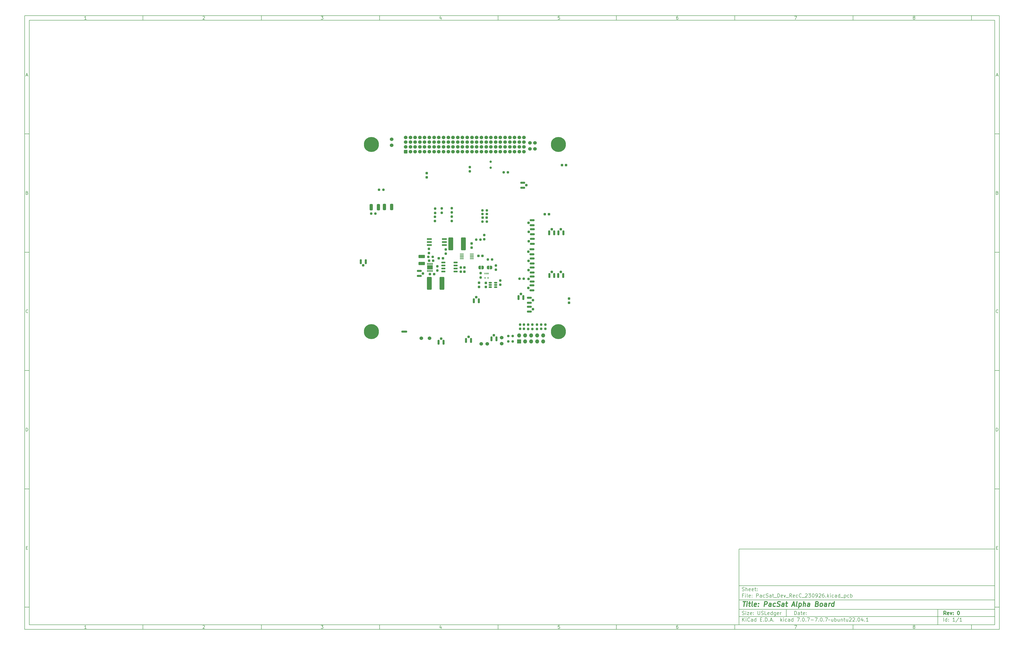
<source format=gbr>
%TF.GenerationSoftware,KiCad,Pcbnew,7.0.7-7.0.7~ubuntu22.04.1*%
%TF.CreationDate,2023-10-03T20:17:37-05:00*%
%TF.ProjectId,PacSat_Dev_RecC_230926,50616353-6174-45f4-9465-765f52656343,0*%
%TF.SameCoordinates,Original*%
%TF.FileFunction,Soldermask,Bot*%
%TF.FilePolarity,Negative*%
%FSLAX46Y46*%
G04 Gerber Fmt 4.6, Leading zero omitted, Abs format (unit mm)*
G04 Created by KiCad (PCBNEW 7.0.7-7.0.7~ubuntu22.04.1) date 2023-10-03 20:17:37*
%MOMM*%
%LPD*%
G01*
G04 APERTURE LIST*
G04 Aperture macros list*
%AMRoundRect*
0 Rectangle with rounded corners*
0 $1 Rounding radius*
0 $2 $3 $4 $5 $6 $7 $8 $9 X,Y pos of 4 corners*
0 Add a 4 corners polygon primitive as box body*
4,1,4,$2,$3,$4,$5,$6,$7,$8,$9,$2,$3,0*
0 Add four circle primitives for the rounded corners*
1,1,$1+$1,$2,$3*
1,1,$1+$1,$4,$5*
1,1,$1+$1,$6,$7*
1,1,$1+$1,$8,$9*
0 Add four rect primitives between the rounded corners*
20,1,$1+$1,$2,$3,$4,$5,0*
20,1,$1+$1,$4,$5,$6,$7,0*
20,1,$1+$1,$6,$7,$8,$9,0*
20,1,$1+$1,$8,$9,$2,$3,0*%
%AMFreePoly0*
4,1,19,0.500000,-0.750000,0.000000,-0.750000,0.000000,-0.744911,-0.071157,-0.744911,-0.207708,-0.704816,-0.327430,-0.627875,-0.420627,-0.520320,-0.479746,-0.390866,-0.500000,-0.250000,-0.500000,0.250000,-0.479746,0.390866,-0.420627,0.520320,-0.327430,0.627875,-0.207708,0.704816,-0.071157,0.744911,0.000000,0.744911,0.000000,0.750000,0.500000,0.750000,0.500000,-0.750000,0.500000,-0.750000,
$1*%
%AMFreePoly1*
4,1,19,0.000000,0.744911,0.071157,0.744911,0.207708,0.704816,0.327430,0.627875,0.420627,0.520320,0.479746,0.390866,0.500000,0.250000,0.500000,-0.250000,0.479746,-0.390866,0.420627,-0.520320,0.327430,-0.627875,0.207708,-0.704816,0.071157,-0.744911,0.000000,-0.744911,0.000000,-0.750000,-0.500000,-0.750000,-0.500000,0.750000,0.000000,0.750000,0.000000,0.744911,0.000000,0.744911,
$1*%
G04 Aperture macros list end*
%ADD10C,0.100000*%
%ADD11C,0.150000*%
%ADD12C,0.300000*%
%ADD13C,0.400000*%
%ADD14C,1.524000*%
%ADD15C,6.350000*%
%ADD16RoundRect,0.290840X-0.471160X-0.471160X0.471160X-0.471160X0.471160X0.471160X-0.471160X0.471160X0*%
%ADD17O,2.540000X0.889000*%
%ADD18C,1.000000*%
%ADD19R,1.700000X1.700000*%
%ADD20O,1.700000X1.700000*%
%ADD21RoundRect,0.237500X-0.250000X-0.237500X0.250000X-0.237500X0.250000X0.237500X-0.250000X0.237500X0*%
%ADD22RoundRect,0.237500X-0.237500X0.250000X-0.237500X-0.250000X0.237500X-0.250000X0.237500X0.250000X0*%
%ADD23RoundRect,0.150000X-0.512500X-0.150000X0.512500X-0.150000X0.512500X0.150000X-0.512500X0.150000X0*%
%ADD24RoundRect,0.254000X0.254000X-0.254000X0.254000X0.254000X-0.254000X0.254000X-0.254000X-0.254000X0*%
%ADD25RoundRect,0.200000X0.200000X-0.800000X0.200000X0.800000X-0.200000X0.800000X-0.200000X-0.800000X0*%
%ADD26RoundRect,0.249999X-0.737501X-2.450001X0.737501X-2.450001X0.737501X2.450001X-0.737501X2.450001X0*%
%ADD27RoundRect,0.150000X0.725000X0.150000X-0.725000X0.150000X-0.725000X-0.150000X0.725000X-0.150000X0*%
%ADD28RoundRect,0.237500X-0.300000X-0.237500X0.300000X-0.237500X0.300000X0.237500X-0.300000X0.237500X0*%
%ADD29RoundRect,0.254000X0.254000X0.254000X-0.254000X0.254000X-0.254000X-0.254000X0.254000X-0.254000X0*%
%ADD30RoundRect,0.200000X0.800000X0.200000X-0.800000X0.200000X-0.800000X-0.200000X0.800000X-0.200000X0*%
%ADD31RoundRect,0.237500X-0.237500X0.300000X-0.237500X-0.300000X0.237500X-0.300000X0.237500X0.300000X0*%
%ADD32RoundRect,0.237500X0.250000X0.237500X-0.250000X0.237500X-0.250000X-0.237500X0.250000X-0.237500X0*%
%ADD33RoundRect,0.237500X0.300000X0.237500X-0.300000X0.237500X-0.300000X-0.237500X0.300000X-0.237500X0*%
%ADD34RoundRect,0.249999X0.737501X2.450001X-0.737501X2.450001X-0.737501X-2.450001X0.737501X-2.450001X0*%
%ADD35FreePoly0,180.000000*%
%ADD36FreePoly1,180.000000*%
%ADD37RoundRect,0.254000X-0.254000X0.254000X-0.254000X-0.254000X0.254000X-0.254000X0.254000X0.254000X0*%
%ADD38RoundRect,0.200000X-0.200000X0.800000X-0.200000X-0.800000X0.200000X-0.800000X0.200000X0.800000X0*%
%ADD39RoundRect,0.237500X0.237500X-0.250000X0.237500X0.250000X-0.237500X0.250000X-0.237500X-0.250000X0*%
%ADD40RoundRect,0.237500X0.237500X-0.300000X0.237500X0.300000X-0.237500X0.300000X-0.237500X-0.300000X0*%
%ADD41RoundRect,0.100000X0.712500X0.100000X-0.712500X0.100000X-0.712500X-0.100000X0.712500X-0.100000X0*%
%ADD42RoundRect,0.254000X-0.254000X-0.254000X0.254000X-0.254000X0.254000X0.254000X-0.254000X0.254000X0*%
%ADD43RoundRect,0.200000X-0.800000X-0.200000X0.800000X-0.200000X0.800000X0.200000X-0.800000X0.200000X0*%
%ADD44RoundRect,0.250001X-1.074999X0.462499X-1.074999X-0.462499X1.074999X-0.462499X1.074999X0.462499X0*%
%ADD45R,0.400000X0.650000*%
%ADD46RoundRect,0.250000X0.400000X1.075000X-0.400000X1.075000X-0.400000X-1.075000X0.400000X-1.075000X0*%
%ADD47R,2.000000X0.640000*%
%ADD48RoundRect,0.050000X1.175000X-0.790000X1.175000X0.790000X-1.175000X0.790000X-1.175000X-0.790000X0*%
%ADD49RoundRect,0.050000X0.150000X-0.350000X0.150000X0.350000X-0.150000X0.350000X-0.150000X-0.350000X0*%
G04 APERTURE END LIST*
D10*
D11*
X311800000Y-235400000D02*
X419800000Y-235400000D01*
X419800000Y-267400000D01*
X311800000Y-267400000D01*
X311800000Y-235400000D01*
D10*
D11*
X10000000Y-10000000D02*
X421800000Y-10000000D01*
X421800000Y-269400000D01*
X10000000Y-269400000D01*
X10000000Y-10000000D01*
D10*
D11*
X12000000Y-12000000D02*
X419800000Y-12000000D01*
X419800000Y-267400000D01*
X12000000Y-267400000D01*
X12000000Y-12000000D01*
D10*
D11*
X60000000Y-12000000D02*
X60000000Y-10000000D01*
D10*
D11*
X110000000Y-12000000D02*
X110000000Y-10000000D01*
D10*
D11*
X160000000Y-12000000D02*
X160000000Y-10000000D01*
D10*
D11*
X210000000Y-12000000D02*
X210000000Y-10000000D01*
D10*
D11*
X260000000Y-12000000D02*
X260000000Y-10000000D01*
D10*
D11*
X310000000Y-12000000D02*
X310000000Y-10000000D01*
D10*
D11*
X360000000Y-12000000D02*
X360000000Y-10000000D01*
D10*
D11*
X410000000Y-12000000D02*
X410000000Y-10000000D01*
D10*
D11*
X36089160Y-11593604D02*
X35346303Y-11593604D01*
X35717731Y-11593604D02*
X35717731Y-10293604D01*
X35717731Y-10293604D02*
X35593922Y-10479319D01*
X35593922Y-10479319D02*
X35470112Y-10603128D01*
X35470112Y-10603128D02*
X35346303Y-10665033D01*
D10*
D11*
X85346303Y-10417414D02*
X85408207Y-10355509D01*
X85408207Y-10355509D02*
X85532017Y-10293604D01*
X85532017Y-10293604D02*
X85841541Y-10293604D01*
X85841541Y-10293604D02*
X85965350Y-10355509D01*
X85965350Y-10355509D02*
X86027255Y-10417414D01*
X86027255Y-10417414D02*
X86089160Y-10541223D01*
X86089160Y-10541223D02*
X86089160Y-10665033D01*
X86089160Y-10665033D02*
X86027255Y-10850747D01*
X86027255Y-10850747D02*
X85284398Y-11593604D01*
X85284398Y-11593604D02*
X86089160Y-11593604D01*
D10*
D11*
X135284398Y-10293604D02*
X136089160Y-10293604D01*
X136089160Y-10293604D02*
X135655826Y-10788842D01*
X135655826Y-10788842D02*
X135841541Y-10788842D01*
X135841541Y-10788842D02*
X135965350Y-10850747D01*
X135965350Y-10850747D02*
X136027255Y-10912652D01*
X136027255Y-10912652D02*
X136089160Y-11036461D01*
X136089160Y-11036461D02*
X136089160Y-11345985D01*
X136089160Y-11345985D02*
X136027255Y-11469795D01*
X136027255Y-11469795D02*
X135965350Y-11531700D01*
X135965350Y-11531700D02*
X135841541Y-11593604D01*
X135841541Y-11593604D02*
X135470112Y-11593604D01*
X135470112Y-11593604D02*
X135346303Y-11531700D01*
X135346303Y-11531700D02*
X135284398Y-11469795D01*
D10*
D11*
X185965350Y-10726938D02*
X185965350Y-11593604D01*
X185655826Y-10231700D02*
X185346303Y-11160271D01*
X185346303Y-11160271D02*
X186151064Y-11160271D01*
D10*
D11*
X236027255Y-10293604D02*
X235408207Y-10293604D01*
X235408207Y-10293604D02*
X235346303Y-10912652D01*
X235346303Y-10912652D02*
X235408207Y-10850747D01*
X235408207Y-10850747D02*
X235532017Y-10788842D01*
X235532017Y-10788842D02*
X235841541Y-10788842D01*
X235841541Y-10788842D02*
X235965350Y-10850747D01*
X235965350Y-10850747D02*
X236027255Y-10912652D01*
X236027255Y-10912652D02*
X236089160Y-11036461D01*
X236089160Y-11036461D02*
X236089160Y-11345985D01*
X236089160Y-11345985D02*
X236027255Y-11469795D01*
X236027255Y-11469795D02*
X235965350Y-11531700D01*
X235965350Y-11531700D02*
X235841541Y-11593604D01*
X235841541Y-11593604D02*
X235532017Y-11593604D01*
X235532017Y-11593604D02*
X235408207Y-11531700D01*
X235408207Y-11531700D02*
X235346303Y-11469795D01*
D10*
D11*
X285965350Y-10293604D02*
X285717731Y-10293604D01*
X285717731Y-10293604D02*
X285593922Y-10355509D01*
X285593922Y-10355509D02*
X285532017Y-10417414D01*
X285532017Y-10417414D02*
X285408207Y-10603128D01*
X285408207Y-10603128D02*
X285346303Y-10850747D01*
X285346303Y-10850747D02*
X285346303Y-11345985D01*
X285346303Y-11345985D02*
X285408207Y-11469795D01*
X285408207Y-11469795D02*
X285470112Y-11531700D01*
X285470112Y-11531700D02*
X285593922Y-11593604D01*
X285593922Y-11593604D02*
X285841541Y-11593604D01*
X285841541Y-11593604D02*
X285965350Y-11531700D01*
X285965350Y-11531700D02*
X286027255Y-11469795D01*
X286027255Y-11469795D02*
X286089160Y-11345985D01*
X286089160Y-11345985D02*
X286089160Y-11036461D01*
X286089160Y-11036461D02*
X286027255Y-10912652D01*
X286027255Y-10912652D02*
X285965350Y-10850747D01*
X285965350Y-10850747D02*
X285841541Y-10788842D01*
X285841541Y-10788842D02*
X285593922Y-10788842D01*
X285593922Y-10788842D02*
X285470112Y-10850747D01*
X285470112Y-10850747D02*
X285408207Y-10912652D01*
X285408207Y-10912652D02*
X285346303Y-11036461D01*
D10*
D11*
X335284398Y-10293604D02*
X336151064Y-10293604D01*
X336151064Y-10293604D02*
X335593922Y-11593604D01*
D10*
D11*
X385593922Y-10850747D02*
X385470112Y-10788842D01*
X385470112Y-10788842D02*
X385408207Y-10726938D01*
X385408207Y-10726938D02*
X385346303Y-10603128D01*
X385346303Y-10603128D02*
X385346303Y-10541223D01*
X385346303Y-10541223D02*
X385408207Y-10417414D01*
X385408207Y-10417414D02*
X385470112Y-10355509D01*
X385470112Y-10355509D02*
X385593922Y-10293604D01*
X385593922Y-10293604D02*
X385841541Y-10293604D01*
X385841541Y-10293604D02*
X385965350Y-10355509D01*
X385965350Y-10355509D02*
X386027255Y-10417414D01*
X386027255Y-10417414D02*
X386089160Y-10541223D01*
X386089160Y-10541223D02*
X386089160Y-10603128D01*
X386089160Y-10603128D02*
X386027255Y-10726938D01*
X386027255Y-10726938D02*
X385965350Y-10788842D01*
X385965350Y-10788842D02*
X385841541Y-10850747D01*
X385841541Y-10850747D02*
X385593922Y-10850747D01*
X385593922Y-10850747D02*
X385470112Y-10912652D01*
X385470112Y-10912652D02*
X385408207Y-10974557D01*
X385408207Y-10974557D02*
X385346303Y-11098366D01*
X385346303Y-11098366D02*
X385346303Y-11345985D01*
X385346303Y-11345985D02*
X385408207Y-11469795D01*
X385408207Y-11469795D02*
X385470112Y-11531700D01*
X385470112Y-11531700D02*
X385593922Y-11593604D01*
X385593922Y-11593604D02*
X385841541Y-11593604D01*
X385841541Y-11593604D02*
X385965350Y-11531700D01*
X385965350Y-11531700D02*
X386027255Y-11469795D01*
X386027255Y-11469795D02*
X386089160Y-11345985D01*
X386089160Y-11345985D02*
X386089160Y-11098366D01*
X386089160Y-11098366D02*
X386027255Y-10974557D01*
X386027255Y-10974557D02*
X385965350Y-10912652D01*
X385965350Y-10912652D02*
X385841541Y-10850747D01*
D10*
D11*
X60000000Y-267400000D02*
X60000000Y-269400000D01*
D10*
D11*
X110000000Y-267400000D02*
X110000000Y-269400000D01*
D10*
D11*
X160000000Y-267400000D02*
X160000000Y-269400000D01*
D10*
D11*
X210000000Y-267400000D02*
X210000000Y-269400000D01*
D10*
D11*
X260000000Y-267400000D02*
X260000000Y-269400000D01*
D10*
D11*
X310000000Y-267400000D02*
X310000000Y-269400000D01*
D10*
D11*
X360000000Y-267400000D02*
X360000000Y-269400000D01*
D10*
D11*
X410000000Y-267400000D02*
X410000000Y-269400000D01*
D10*
D11*
X36089160Y-268993604D02*
X35346303Y-268993604D01*
X35717731Y-268993604D02*
X35717731Y-267693604D01*
X35717731Y-267693604D02*
X35593922Y-267879319D01*
X35593922Y-267879319D02*
X35470112Y-268003128D01*
X35470112Y-268003128D02*
X35346303Y-268065033D01*
D10*
D11*
X85346303Y-267817414D02*
X85408207Y-267755509D01*
X85408207Y-267755509D02*
X85532017Y-267693604D01*
X85532017Y-267693604D02*
X85841541Y-267693604D01*
X85841541Y-267693604D02*
X85965350Y-267755509D01*
X85965350Y-267755509D02*
X86027255Y-267817414D01*
X86027255Y-267817414D02*
X86089160Y-267941223D01*
X86089160Y-267941223D02*
X86089160Y-268065033D01*
X86089160Y-268065033D02*
X86027255Y-268250747D01*
X86027255Y-268250747D02*
X85284398Y-268993604D01*
X85284398Y-268993604D02*
X86089160Y-268993604D01*
D10*
D11*
X135284398Y-267693604D02*
X136089160Y-267693604D01*
X136089160Y-267693604D02*
X135655826Y-268188842D01*
X135655826Y-268188842D02*
X135841541Y-268188842D01*
X135841541Y-268188842D02*
X135965350Y-268250747D01*
X135965350Y-268250747D02*
X136027255Y-268312652D01*
X136027255Y-268312652D02*
X136089160Y-268436461D01*
X136089160Y-268436461D02*
X136089160Y-268745985D01*
X136089160Y-268745985D02*
X136027255Y-268869795D01*
X136027255Y-268869795D02*
X135965350Y-268931700D01*
X135965350Y-268931700D02*
X135841541Y-268993604D01*
X135841541Y-268993604D02*
X135470112Y-268993604D01*
X135470112Y-268993604D02*
X135346303Y-268931700D01*
X135346303Y-268931700D02*
X135284398Y-268869795D01*
D10*
D11*
X185965350Y-268126938D02*
X185965350Y-268993604D01*
X185655826Y-267631700D02*
X185346303Y-268560271D01*
X185346303Y-268560271D02*
X186151064Y-268560271D01*
D10*
D11*
X236027255Y-267693604D02*
X235408207Y-267693604D01*
X235408207Y-267693604D02*
X235346303Y-268312652D01*
X235346303Y-268312652D02*
X235408207Y-268250747D01*
X235408207Y-268250747D02*
X235532017Y-268188842D01*
X235532017Y-268188842D02*
X235841541Y-268188842D01*
X235841541Y-268188842D02*
X235965350Y-268250747D01*
X235965350Y-268250747D02*
X236027255Y-268312652D01*
X236027255Y-268312652D02*
X236089160Y-268436461D01*
X236089160Y-268436461D02*
X236089160Y-268745985D01*
X236089160Y-268745985D02*
X236027255Y-268869795D01*
X236027255Y-268869795D02*
X235965350Y-268931700D01*
X235965350Y-268931700D02*
X235841541Y-268993604D01*
X235841541Y-268993604D02*
X235532017Y-268993604D01*
X235532017Y-268993604D02*
X235408207Y-268931700D01*
X235408207Y-268931700D02*
X235346303Y-268869795D01*
D10*
D11*
X285965350Y-267693604D02*
X285717731Y-267693604D01*
X285717731Y-267693604D02*
X285593922Y-267755509D01*
X285593922Y-267755509D02*
X285532017Y-267817414D01*
X285532017Y-267817414D02*
X285408207Y-268003128D01*
X285408207Y-268003128D02*
X285346303Y-268250747D01*
X285346303Y-268250747D02*
X285346303Y-268745985D01*
X285346303Y-268745985D02*
X285408207Y-268869795D01*
X285408207Y-268869795D02*
X285470112Y-268931700D01*
X285470112Y-268931700D02*
X285593922Y-268993604D01*
X285593922Y-268993604D02*
X285841541Y-268993604D01*
X285841541Y-268993604D02*
X285965350Y-268931700D01*
X285965350Y-268931700D02*
X286027255Y-268869795D01*
X286027255Y-268869795D02*
X286089160Y-268745985D01*
X286089160Y-268745985D02*
X286089160Y-268436461D01*
X286089160Y-268436461D02*
X286027255Y-268312652D01*
X286027255Y-268312652D02*
X285965350Y-268250747D01*
X285965350Y-268250747D02*
X285841541Y-268188842D01*
X285841541Y-268188842D02*
X285593922Y-268188842D01*
X285593922Y-268188842D02*
X285470112Y-268250747D01*
X285470112Y-268250747D02*
X285408207Y-268312652D01*
X285408207Y-268312652D02*
X285346303Y-268436461D01*
D10*
D11*
X335284398Y-267693604D02*
X336151064Y-267693604D01*
X336151064Y-267693604D02*
X335593922Y-268993604D01*
D10*
D11*
X385593922Y-268250747D02*
X385470112Y-268188842D01*
X385470112Y-268188842D02*
X385408207Y-268126938D01*
X385408207Y-268126938D02*
X385346303Y-268003128D01*
X385346303Y-268003128D02*
X385346303Y-267941223D01*
X385346303Y-267941223D02*
X385408207Y-267817414D01*
X385408207Y-267817414D02*
X385470112Y-267755509D01*
X385470112Y-267755509D02*
X385593922Y-267693604D01*
X385593922Y-267693604D02*
X385841541Y-267693604D01*
X385841541Y-267693604D02*
X385965350Y-267755509D01*
X385965350Y-267755509D02*
X386027255Y-267817414D01*
X386027255Y-267817414D02*
X386089160Y-267941223D01*
X386089160Y-267941223D02*
X386089160Y-268003128D01*
X386089160Y-268003128D02*
X386027255Y-268126938D01*
X386027255Y-268126938D02*
X385965350Y-268188842D01*
X385965350Y-268188842D02*
X385841541Y-268250747D01*
X385841541Y-268250747D02*
X385593922Y-268250747D01*
X385593922Y-268250747D02*
X385470112Y-268312652D01*
X385470112Y-268312652D02*
X385408207Y-268374557D01*
X385408207Y-268374557D02*
X385346303Y-268498366D01*
X385346303Y-268498366D02*
X385346303Y-268745985D01*
X385346303Y-268745985D02*
X385408207Y-268869795D01*
X385408207Y-268869795D02*
X385470112Y-268931700D01*
X385470112Y-268931700D02*
X385593922Y-268993604D01*
X385593922Y-268993604D02*
X385841541Y-268993604D01*
X385841541Y-268993604D02*
X385965350Y-268931700D01*
X385965350Y-268931700D02*
X386027255Y-268869795D01*
X386027255Y-268869795D02*
X386089160Y-268745985D01*
X386089160Y-268745985D02*
X386089160Y-268498366D01*
X386089160Y-268498366D02*
X386027255Y-268374557D01*
X386027255Y-268374557D02*
X385965350Y-268312652D01*
X385965350Y-268312652D02*
X385841541Y-268250747D01*
D10*
D11*
X10000000Y-60000000D02*
X12000000Y-60000000D01*
D10*
D11*
X10000000Y-110000000D02*
X12000000Y-110000000D01*
D10*
D11*
X10000000Y-160000000D02*
X12000000Y-160000000D01*
D10*
D11*
X10000000Y-210000000D02*
X12000000Y-210000000D01*
D10*
D11*
X10000000Y-260000000D02*
X12000000Y-260000000D01*
D10*
D11*
X10690476Y-35222176D02*
X11309523Y-35222176D01*
X10566666Y-35593604D02*
X10999999Y-34293604D01*
X10999999Y-34293604D02*
X11433333Y-35593604D01*
D10*
D11*
X11092857Y-84912652D02*
X11278571Y-84974557D01*
X11278571Y-84974557D02*
X11340476Y-85036461D01*
X11340476Y-85036461D02*
X11402380Y-85160271D01*
X11402380Y-85160271D02*
X11402380Y-85345985D01*
X11402380Y-85345985D02*
X11340476Y-85469795D01*
X11340476Y-85469795D02*
X11278571Y-85531700D01*
X11278571Y-85531700D02*
X11154761Y-85593604D01*
X11154761Y-85593604D02*
X10659523Y-85593604D01*
X10659523Y-85593604D02*
X10659523Y-84293604D01*
X10659523Y-84293604D02*
X11092857Y-84293604D01*
X11092857Y-84293604D02*
X11216666Y-84355509D01*
X11216666Y-84355509D02*
X11278571Y-84417414D01*
X11278571Y-84417414D02*
X11340476Y-84541223D01*
X11340476Y-84541223D02*
X11340476Y-84665033D01*
X11340476Y-84665033D02*
X11278571Y-84788842D01*
X11278571Y-84788842D02*
X11216666Y-84850747D01*
X11216666Y-84850747D02*
X11092857Y-84912652D01*
X11092857Y-84912652D02*
X10659523Y-84912652D01*
D10*
D11*
X11402380Y-135469795D02*
X11340476Y-135531700D01*
X11340476Y-135531700D02*
X11154761Y-135593604D01*
X11154761Y-135593604D02*
X11030952Y-135593604D01*
X11030952Y-135593604D02*
X10845238Y-135531700D01*
X10845238Y-135531700D02*
X10721428Y-135407890D01*
X10721428Y-135407890D02*
X10659523Y-135284080D01*
X10659523Y-135284080D02*
X10597619Y-135036461D01*
X10597619Y-135036461D02*
X10597619Y-134850747D01*
X10597619Y-134850747D02*
X10659523Y-134603128D01*
X10659523Y-134603128D02*
X10721428Y-134479319D01*
X10721428Y-134479319D02*
X10845238Y-134355509D01*
X10845238Y-134355509D02*
X11030952Y-134293604D01*
X11030952Y-134293604D02*
X11154761Y-134293604D01*
X11154761Y-134293604D02*
X11340476Y-134355509D01*
X11340476Y-134355509D02*
X11402380Y-134417414D01*
D10*
D11*
X10659523Y-185593604D02*
X10659523Y-184293604D01*
X10659523Y-184293604D02*
X10969047Y-184293604D01*
X10969047Y-184293604D02*
X11154761Y-184355509D01*
X11154761Y-184355509D02*
X11278571Y-184479319D01*
X11278571Y-184479319D02*
X11340476Y-184603128D01*
X11340476Y-184603128D02*
X11402380Y-184850747D01*
X11402380Y-184850747D02*
X11402380Y-185036461D01*
X11402380Y-185036461D02*
X11340476Y-185284080D01*
X11340476Y-185284080D02*
X11278571Y-185407890D01*
X11278571Y-185407890D02*
X11154761Y-185531700D01*
X11154761Y-185531700D02*
X10969047Y-185593604D01*
X10969047Y-185593604D02*
X10659523Y-185593604D01*
D10*
D11*
X10721428Y-234912652D02*
X11154762Y-234912652D01*
X11340476Y-235593604D02*
X10721428Y-235593604D01*
X10721428Y-235593604D02*
X10721428Y-234293604D01*
X10721428Y-234293604D02*
X11340476Y-234293604D01*
D10*
D11*
X421800000Y-60000000D02*
X419800000Y-60000000D01*
D10*
D11*
X421800000Y-110000000D02*
X419800000Y-110000000D01*
D10*
D11*
X421800000Y-160000000D02*
X419800000Y-160000000D01*
D10*
D11*
X421800000Y-210000000D02*
X419800000Y-210000000D01*
D10*
D11*
X421800000Y-260000000D02*
X419800000Y-260000000D01*
D10*
D11*
X420490476Y-35222176D02*
X421109523Y-35222176D01*
X420366666Y-35593604D02*
X420799999Y-34293604D01*
X420799999Y-34293604D02*
X421233333Y-35593604D01*
D10*
D11*
X420892857Y-84912652D02*
X421078571Y-84974557D01*
X421078571Y-84974557D02*
X421140476Y-85036461D01*
X421140476Y-85036461D02*
X421202380Y-85160271D01*
X421202380Y-85160271D02*
X421202380Y-85345985D01*
X421202380Y-85345985D02*
X421140476Y-85469795D01*
X421140476Y-85469795D02*
X421078571Y-85531700D01*
X421078571Y-85531700D02*
X420954761Y-85593604D01*
X420954761Y-85593604D02*
X420459523Y-85593604D01*
X420459523Y-85593604D02*
X420459523Y-84293604D01*
X420459523Y-84293604D02*
X420892857Y-84293604D01*
X420892857Y-84293604D02*
X421016666Y-84355509D01*
X421016666Y-84355509D02*
X421078571Y-84417414D01*
X421078571Y-84417414D02*
X421140476Y-84541223D01*
X421140476Y-84541223D02*
X421140476Y-84665033D01*
X421140476Y-84665033D02*
X421078571Y-84788842D01*
X421078571Y-84788842D02*
X421016666Y-84850747D01*
X421016666Y-84850747D02*
X420892857Y-84912652D01*
X420892857Y-84912652D02*
X420459523Y-84912652D01*
D10*
D11*
X421202380Y-135469795D02*
X421140476Y-135531700D01*
X421140476Y-135531700D02*
X420954761Y-135593604D01*
X420954761Y-135593604D02*
X420830952Y-135593604D01*
X420830952Y-135593604D02*
X420645238Y-135531700D01*
X420645238Y-135531700D02*
X420521428Y-135407890D01*
X420521428Y-135407890D02*
X420459523Y-135284080D01*
X420459523Y-135284080D02*
X420397619Y-135036461D01*
X420397619Y-135036461D02*
X420397619Y-134850747D01*
X420397619Y-134850747D02*
X420459523Y-134603128D01*
X420459523Y-134603128D02*
X420521428Y-134479319D01*
X420521428Y-134479319D02*
X420645238Y-134355509D01*
X420645238Y-134355509D02*
X420830952Y-134293604D01*
X420830952Y-134293604D02*
X420954761Y-134293604D01*
X420954761Y-134293604D02*
X421140476Y-134355509D01*
X421140476Y-134355509D02*
X421202380Y-134417414D01*
D10*
D11*
X420459523Y-185593604D02*
X420459523Y-184293604D01*
X420459523Y-184293604D02*
X420769047Y-184293604D01*
X420769047Y-184293604D02*
X420954761Y-184355509D01*
X420954761Y-184355509D02*
X421078571Y-184479319D01*
X421078571Y-184479319D02*
X421140476Y-184603128D01*
X421140476Y-184603128D02*
X421202380Y-184850747D01*
X421202380Y-184850747D02*
X421202380Y-185036461D01*
X421202380Y-185036461D02*
X421140476Y-185284080D01*
X421140476Y-185284080D02*
X421078571Y-185407890D01*
X421078571Y-185407890D02*
X420954761Y-185531700D01*
X420954761Y-185531700D02*
X420769047Y-185593604D01*
X420769047Y-185593604D02*
X420459523Y-185593604D01*
D10*
D11*
X420521428Y-234912652D02*
X420954762Y-234912652D01*
X421140476Y-235593604D02*
X420521428Y-235593604D01*
X420521428Y-235593604D02*
X420521428Y-234293604D01*
X420521428Y-234293604D02*
X421140476Y-234293604D01*
D10*
D11*
X335255826Y-263186128D02*
X335255826Y-261686128D01*
X335255826Y-261686128D02*
X335612969Y-261686128D01*
X335612969Y-261686128D02*
X335827255Y-261757557D01*
X335827255Y-261757557D02*
X335970112Y-261900414D01*
X335970112Y-261900414D02*
X336041541Y-262043271D01*
X336041541Y-262043271D02*
X336112969Y-262328985D01*
X336112969Y-262328985D02*
X336112969Y-262543271D01*
X336112969Y-262543271D02*
X336041541Y-262828985D01*
X336041541Y-262828985D02*
X335970112Y-262971842D01*
X335970112Y-262971842D02*
X335827255Y-263114700D01*
X335827255Y-263114700D02*
X335612969Y-263186128D01*
X335612969Y-263186128D02*
X335255826Y-263186128D01*
X337398684Y-263186128D02*
X337398684Y-262400414D01*
X337398684Y-262400414D02*
X337327255Y-262257557D01*
X337327255Y-262257557D02*
X337184398Y-262186128D01*
X337184398Y-262186128D02*
X336898684Y-262186128D01*
X336898684Y-262186128D02*
X336755826Y-262257557D01*
X337398684Y-263114700D02*
X337255826Y-263186128D01*
X337255826Y-263186128D02*
X336898684Y-263186128D01*
X336898684Y-263186128D02*
X336755826Y-263114700D01*
X336755826Y-263114700D02*
X336684398Y-262971842D01*
X336684398Y-262971842D02*
X336684398Y-262828985D01*
X336684398Y-262828985D02*
X336755826Y-262686128D01*
X336755826Y-262686128D02*
X336898684Y-262614700D01*
X336898684Y-262614700D02*
X337255826Y-262614700D01*
X337255826Y-262614700D02*
X337398684Y-262543271D01*
X337898684Y-262186128D02*
X338470112Y-262186128D01*
X338112969Y-261686128D02*
X338112969Y-262971842D01*
X338112969Y-262971842D02*
X338184398Y-263114700D01*
X338184398Y-263114700D02*
X338327255Y-263186128D01*
X338327255Y-263186128D02*
X338470112Y-263186128D01*
X339541541Y-263114700D02*
X339398684Y-263186128D01*
X339398684Y-263186128D02*
X339112970Y-263186128D01*
X339112970Y-263186128D02*
X338970112Y-263114700D01*
X338970112Y-263114700D02*
X338898684Y-262971842D01*
X338898684Y-262971842D02*
X338898684Y-262400414D01*
X338898684Y-262400414D02*
X338970112Y-262257557D01*
X338970112Y-262257557D02*
X339112970Y-262186128D01*
X339112970Y-262186128D02*
X339398684Y-262186128D01*
X339398684Y-262186128D02*
X339541541Y-262257557D01*
X339541541Y-262257557D02*
X339612970Y-262400414D01*
X339612970Y-262400414D02*
X339612970Y-262543271D01*
X339612970Y-262543271D02*
X338898684Y-262686128D01*
X340255826Y-263043271D02*
X340327255Y-263114700D01*
X340327255Y-263114700D02*
X340255826Y-263186128D01*
X340255826Y-263186128D02*
X340184398Y-263114700D01*
X340184398Y-263114700D02*
X340255826Y-263043271D01*
X340255826Y-263043271D02*
X340255826Y-263186128D01*
X340255826Y-262257557D02*
X340327255Y-262328985D01*
X340327255Y-262328985D02*
X340255826Y-262400414D01*
X340255826Y-262400414D02*
X340184398Y-262328985D01*
X340184398Y-262328985D02*
X340255826Y-262257557D01*
X340255826Y-262257557D02*
X340255826Y-262400414D01*
D10*
D11*
X311800000Y-263900000D02*
X419800000Y-263900000D01*
D10*
D11*
X313255826Y-265986128D02*
X313255826Y-264486128D01*
X314112969Y-265986128D02*
X313470112Y-265128985D01*
X314112969Y-264486128D02*
X313255826Y-265343271D01*
X314755826Y-265986128D02*
X314755826Y-264986128D01*
X314755826Y-264486128D02*
X314684398Y-264557557D01*
X314684398Y-264557557D02*
X314755826Y-264628985D01*
X314755826Y-264628985D02*
X314827255Y-264557557D01*
X314827255Y-264557557D02*
X314755826Y-264486128D01*
X314755826Y-264486128D02*
X314755826Y-264628985D01*
X316327255Y-265843271D02*
X316255827Y-265914700D01*
X316255827Y-265914700D02*
X316041541Y-265986128D01*
X316041541Y-265986128D02*
X315898684Y-265986128D01*
X315898684Y-265986128D02*
X315684398Y-265914700D01*
X315684398Y-265914700D02*
X315541541Y-265771842D01*
X315541541Y-265771842D02*
X315470112Y-265628985D01*
X315470112Y-265628985D02*
X315398684Y-265343271D01*
X315398684Y-265343271D02*
X315398684Y-265128985D01*
X315398684Y-265128985D02*
X315470112Y-264843271D01*
X315470112Y-264843271D02*
X315541541Y-264700414D01*
X315541541Y-264700414D02*
X315684398Y-264557557D01*
X315684398Y-264557557D02*
X315898684Y-264486128D01*
X315898684Y-264486128D02*
X316041541Y-264486128D01*
X316041541Y-264486128D02*
X316255827Y-264557557D01*
X316255827Y-264557557D02*
X316327255Y-264628985D01*
X317612970Y-265986128D02*
X317612970Y-265200414D01*
X317612970Y-265200414D02*
X317541541Y-265057557D01*
X317541541Y-265057557D02*
X317398684Y-264986128D01*
X317398684Y-264986128D02*
X317112970Y-264986128D01*
X317112970Y-264986128D02*
X316970112Y-265057557D01*
X317612970Y-265914700D02*
X317470112Y-265986128D01*
X317470112Y-265986128D02*
X317112970Y-265986128D01*
X317112970Y-265986128D02*
X316970112Y-265914700D01*
X316970112Y-265914700D02*
X316898684Y-265771842D01*
X316898684Y-265771842D02*
X316898684Y-265628985D01*
X316898684Y-265628985D02*
X316970112Y-265486128D01*
X316970112Y-265486128D02*
X317112970Y-265414700D01*
X317112970Y-265414700D02*
X317470112Y-265414700D01*
X317470112Y-265414700D02*
X317612970Y-265343271D01*
X318970113Y-265986128D02*
X318970113Y-264486128D01*
X318970113Y-265914700D02*
X318827255Y-265986128D01*
X318827255Y-265986128D02*
X318541541Y-265986128D01*
X318541541Y-265986128D02*
X318398684Y-265914700D01*
X318398684Y-265914700D02*
X318327255Y-265843271D01*
X318327255Y-265843271D02*
X318255827Y-265700414D01*
X318255827Y-265700414D02*
X318255827Y-265271842D01*
X318255827Y-265271842D02*
X318327255Y-265128985D01*
X318327255Y-265128985D02*
X318398684Y-265057557D01*
X318398684Y-265057557D02*
X318541541Y-264986128D01*
X318541541Y-264986128D02*
X318827255Y-264986128D01*
X318827255Y-264986128D02*
X318970113Y-265057557D01*
X320827255Y-265200414D02*
X321327255Y-265200414D01*
X321541541Y-265986128D02*
X320827255Y-265986128D01*
X320827255Y-265986128D02*
X320827255Y-264486128D01*
X320827255Y-264486128D02*
X321541541Y-264486128D01*
X322184398Y-265843271D02*
X322255827Y-265914700D01*
X322255827Y-265914700D02*
X322184398Y-265986128D01*
X322184398Y-265986128D02*
X322112970Y-265914700D01*
X322112970Y-265914700D02*
X322184398Y-265843271D01*
X322184398Y-265843271D02*
X322184398Y-265986128D01*
X322898684Y-265986128D02*
X322898684Y-264486128D01*
X322898684Y-264486128D02*
X323255827Y-264486128D01*
X323255827Y-264486128D02*
X323470113Y-264557557D01*
X323470113Y-264557557D02*
X323612970Y-264700414D01*
X323612970Y-264700414D02*
X323684399Y-264843271D01*
X323684399Y-264843271D02*
X323755827Y-265128985D01*
X323755827Y-265128985D02*
X323755827Y-265343271D01*
X323755827Y-265343271D02*
X323684399Y-265628985D01*
X323684399Y-265628985D02*
X323612970Y-265771842D01*
X323612970Y-265771842D02*
X323470113Y-265914700D01*
X323470113Y-265914700D02*
X323255827Y-265986128D01*
X323255827Y-265986128D02*
X322898684Y-265986128D01*
X324398684Y-265843271D02*
X324470113Y-265914700D01*
X324470113Y-265914700D02*
X324398684Y-265986128D01*
X324398684Y-265986128D02*
X324327256Y-265914700D01*
X324327256Y-265914700D02*
X324398684Y-265843271D01*
X324398684Y-265843271D02*
X324398684Y-265986128D01*
X325041542Y-265557557D02*
X325755828Y-265557557D01*
X324898685Y-265986128D02*
X325398685Y-264486128D01*
X325398685Y-264486128D02*
X325898685Y-265986128D01*
X326398684Y-265843271D02*
X326470113Y-265914700D01*
X326470113Y-265914700D02*
X326398684Y-265986128D01*
X326398684Y-265986128D02*
X326327256Y-265914700D01*
X326327256Y-265914700D02*
X326398684Y-265843271D01*
X326398684Y-265843271D02*
X326398684Y-265986128D01*
X329398684Y-265986128D02*
X329398684Y-264486128D01*
X329541542Y-265414700D02*
X329970113Y-265986128D01*
X329970113Y-264986128D02*
X329398684Y-265557557D01*
X330612970Y-265986128D02*
X330612970Y-264986128D01*
X330612970Y-264486128D02*
X330541542Y-264557557D01*
X330541542Y-264557557D02*
X330612970Y-264628985D01*
X330612970Y-264628985D02*
X330684399Y-264557557D01*
X330684399Y-264557557D02*
X330612970Y-264486128D01*
X330612970Y-264486128D02*
X330612970Y-264628985D01*
X331970114Y-265914700D02*
X331827256Y-265986128D01*
X331827256Y-265986128D02*
X331541542Y-265986128D01*
X331541542Y-265986128D02*
X331398685Y-265914700D01*
X331398685Y-265914700D02*
X331327256Y-265843271D01*
X331327256Y-265843271D02*
X331255828Y-265700414D01*
X331255828Y-265700414D02*
X331255828Y-265271842D01*
X331255828Y-265271842D02*
X331327256Y-265128985D01*
X331327256Y-265128985D02*
X331398685Y-265057557D01*
X331398685Y-265057557D02*
X331541542Y-264986128D01*
X331541542Y-264986128D02*
X331827256Y-264986128D01*
X331827256Y-264986128D02*
X331970114Y-265057557D01*
X333255828Y-265986128D02*
X333255828Y-265200414D01*
X333255828Y-265200414D02*
X333184399Y-265057557D01*
X333184399Y-265057557D02*
X333041542Y-264986128D01*
X333041542Y-264986128D02*
X332755828Y-264986128D01*
X332755828Y-264986128D02*
X332612970Y-265057557D01*
X333255828Y-265914700D02*
X333112970Y-265986128D01*
X333112970Y-265986128D02*
X332755828Y-265986128D01*
X332755828Y-265986128D02*
X332612970Y-265914700D01*
X332612970Y-265914700D02*
X332541542Y-265771842D01*
X332541542Y-265771842D02*
X332541542Y-265628985D01*
X332541542Y-265628985D02*
X332612970Y-265486128D01*
X332612970Y-265486128D02*
X332755828Y-265414700D01*
X332755828Y-265414700D02*
X333112970Y-265414700D01*
X333112970Y-265414700D02*
X333255828Y-265343271D01*
X334612971Y-265986128D02*
X334612971Y-264486128D01*
X334612971Y-265914700D02*
X334470113Y-265986128D01*
X334470113Y-265986128D02*
X334184399Y-265986128D01*
X334184399Y-265986128D02*
X334041542Y-265914700D01*
X334041542Y-265914700D02*
X333970113Y-265843271D01*
X333970113Y-265843271D02*
X333898685Y-265700414D01*
X333898685Y-265700414D02*
X333898685Y-265271842D01*
X333898685Y-265271842D02*
X333970113Y-265128985D01*
X333970113Y-265128985D02*
X334041542Y-265057557D01*
X334041542Y-265057557D02*
X334184399Y-264986128D01*
X334184399Y-264986128D02*
X334470113Y-264986128D01*
X334470113Y-264986128D02*
X334612971Y-265057557D01*
X336327256Y-264486128D02*
X337327256Y-264486128D01*
X337327256Y-264486128D02*
X336684399Y-265986128D01*
X337898684Y-265843271D02*
X337970113Y-265914700D01*
X337970113Y-265914700D02*
X337898684Y-265986128D01*
X337898684Y-265986128D02*
X337827256Y-265914700D01*
X337827256Y-265914700D02*
X337898684Y-265843271D01*
X337898684Y-265843271D02*
X337898684Y-265986128D01*
X338898685Y-264486128D02*
X339041542Y-264486128D01*
X339041542Y-264486128D02*
X339184399Y-264557557D01*
X339184399Y-264557557D02*
X339255828Y-264628985D01*
X339255828Y-264628985D02*
X339327256Y-264771842D01*
X339327256Y-264771842D02*
X339398685Y-265057557D01*
X339398685Y-265057557D02*
X339398685Y-265414700D01*
X339398685Y-265414700D02*
X339327256Y-265700414D01*
X339327256Y-265700414D02*
X339255828Y-265843271D01*
X339255828Y-265843271D02*
X339184399Y-265914700D01*
X339184399Y-265914700D02*
X339041542Y-265986128D01*
X339041542Y-265986128D02*
X338898685Y-265986128D01*
X338898685Y-265986128D02*
X338755828Y-265914700D01*
X338755828Y-265914700D02*
X338684399Y-265843271D01*
X338684399Y-265843271D02*
X338612970Y-265700414D01*
X338612970Y-265700414D02*
X338541542Y-265414700D01*
X338541542Y-265414700D02*
X338541542Y-265057557D01*
X338541542Y-265057557D02*
X338612970Y-264771842D01*
X338612970Y-264771842D02*
X338684399Y-264628985D01*
X338684399Y-264628985D02*
X338755828Y-264557557D01*
X338755828Y-264557557D02*
X338898685Y-264486128D01*
X340041541Y-265843271D02*
X340112970Y-265914700D01*
X340112970Y-265914700D02*
X340041541Y-265986128D01*
X340041541Y-265986128D02*
X339970113Y-265914700D01*
X339970113Y-265914700D02*
X340041541Y-265843271D01*
X340041541Y-265843271D02*
X340041541Y-265986128D01*
X340612970Y-264486128D02*
X341612970Y-264486128D01*
X341612970Y-264486128D02*
X340970113Y-265986128D01*
X342184398Y-265414700D02*
X343327256Y-265414700D01*
X343898684Y-264486128D02*
X344898684Y-264486128D01*
X344898684Y-264486128D02*
X344255827Y-265986128D01*
X345470112Y-265843271D02*
X345541541Y-265914700D01*
X345541541Y-265914700D02*
X345470112Y-265986128D01*
X345470112Y-265986128D02*
X345398684Y-265914700D01*
X345398684Y-265914700D02*
X345470112Y-265843271D01*
X345470112Y-265843271D02*
X345470112Y-265986128D01*
X346470113Y-264486128D02*
X346612970Y-264486128D01*
X346612970Y-264486128D02*
X346755827Y-264557557D01*
X346755827Y-264557557D02*
X346827256Y-264628985D01*
X346827256Y-264628985D02*
X346898684Y-264771842D01*
X346898684Y-264771842D02*
X346970113Y-265057557D01*
X346970113Y-265057557D02*
X346970113Y-265414700D01*
X346970113Y-265414700D02*
X346898684Y-265700414D01*
X346898684Y-265700414D02*
X346827256Y-265843271D01*
X346827256Y-265843271D02*
X346755827Y-265914700D01*
X346755827Y-265914700D02*
X346612970Y-265986128D01*
X346612970Y-265986128D02*
X346470113Y-265986128D01*
X346470113Y-265986128D02*
X346327256Y-265914700D01*
X346327256Y-265914700D02*
X346255827Y-265843271D01*
X346255827Y-265843271D02*
X346184398Y-265700414D01*
X346184398Y-265700414D02*
X346112970Y-265414700D01*
X346112970Y-265414700D02*
X346112970Y-265057557D01*
X346112970Y-265057557D02*
X346184398Y-264771842D01*
X346184398Y-264771842D02*
X346255827Y-264628985D01*
X346255827Y-264628985D02*
X346327256Y-264557557D01*
X346327256Y-264557557D02*
X346470113Y-264486128D01*
X347612969Y-265843271D02*
X347684398Y-265914700D01*
X347684398Y-265914700D02*
X347612969Y-265986128D01*
X347612969Y-265986128D02*
X347541541Y-265914700D01*
X347541541Y-265914700D02*
X347612969Y-265843271D01*
X347612969Y-265843271D02*
X347612969Y-265986128D01*
X348184398Y-264486128D02*
X349184398Y-264486128D01*
X349184398Y-264486128D02*
X348541541Y-265986128D01*
X349541541Y-265414700D02*
X349612969Y-265343271D01*
X349612969Y-265343271D02*
X349755826Y-265271842D01*
X349755826Y-265271842D02*
X350041541Y-265414700D01*
X350041541Y-265414700D02*
X350184398Y-265343271D01*
X350184398Y-265343271D02*
X350255826Y-265271842D01*
X351470113Y-264986128D02*
X351470113Y-265986128D01*
X350827255Y-264986128D02*
X350827255Y-265771842D01*
X350827255Y-265771842D02*
X350898684Y-265914700D01*
X350898684Y-265914700D02*
X351041541Y-265986128D01*
X351041541Y-265986128D02*
X351255827Y-265986128D01*
X351255827Y-265986128D02*
X351398684Y-265914700D01*
X351398684Y-265914700D02*
X351470113Y-265843271D01*
X352184398Y-265986128D02*
X352184398Y-264486128D01*
X352184398Y-265057557D02*
X352327256Y-264986128D01*
X352327256Y-264986128D02*
X352612970Y-264986128D01*
X352612970Y-264986128D02*
X352755827Y-265057557D01*
X352755827Y-265057557D02*
X352827256Y-265128985D01*
X352827256Y-265128985D02*
X352898684Y-265271842D01*
X352898684Y-265271842D02*
X352898684Y-265700414D01*
X352898684Y-265700414D02*
X352827256Y-265843271D01*
X352827256Y-265843271D02*
X352755827Y-265914700D01*
X352755827Y-265914700D02*
X352612970Y-265986128D01*
X352612970Y-265986128D02*
X352327256Y-265986128D01*
X352327256Y-265986128D02*
X352184398Y-265914700D01*
X354184399Y-264986128D02*
X354184399Y-265986128D01*
X353541541Y-264986128D02*
X353541541Y-265771842D01*
X353541541Y-265771842D02*
X353612970Y-265914700D01*
X353612970Y-265914700D02*
X353755827Y-265986128D01*
X353755827Y-265986128D02*
X353970113Y-265986128D01*
X353970113Y-265986128D02*
X354112970Y-265914700D01*
X354112970Y-265914700D02*
X354184399Y-265843271D01*
X354898684Y-264986128D02*
X354898684Y-265986128D01*
X354898684Y-265128985D02*
X354970113Y-265057557D01*
X354970113Y-265057557D02*
X355112970Y-264986128D01*
X355112970Y-264986128D02*
X355327256Y-264986128D01*
X355327256Y-264986128D02*
X355470113Y-265057557D01*
X355470113Y-265057557D02*
X355541542Y-265200414D01*
X355541542Y-265200414D02*
X355541542Y-265986128D01*
X356041542Y-264986128D02*
X356612970Y-264986128D01*
X356255827Y-264486128D02*
X356255827Y-265771842D01*
X356255827Y-265771842D02*
X356327256Y-265914700D01*
X356327256Y-265914700D02*
X356470113Y-265986128D01*
X356470113Y-265986128D02*
X356612970Y-265986128D01*
X357755828Y-264986128D02*
X357755828Y-265986128D01*
X357112970Y-264986128D02*
X357112970Y-265771842D01*
X357112970Y-265771842D02*
X357184399Y-265914700D01*
X357184399Y-265914700D02*
X357327256Y-265986128D01*
X357327256Y-265986128D02*
X357541542Y-265986128D01*
X357541542Y-265986128D02*
X357684399Y-265914700D01*
X357684399Y-265914700D02*
X357755828Y-265843271D01*
X358398685Y-264628985D02*
X358470113Y-264557557D01*
X358470113Y-264557557D02*
X358612971Y-264486128D01*
X358612971Y-264486128D02*
X358970113Y-264486128D01*
X358970113Y-264486128D02*
X359112971Y-264557557D01*
X359112971Y-264557557D02*
X359184399Y-264628985D01*
X359184399Y-264628985D02*
X359255828Y-264771842D01*
X359255828Y-264771842D02*
X359255828Y-264914700D01*
X359255828Y-264914700D02*
X359184399Y-265128985D01*
X359184399Y-265128985D02*
X358327256Y-265986128D01*
X358327256Y-265986128D02*
X359255828Y-265986128D01*
X359827256Y-264628985D02*
X359898684Y-264557557D01*
X359898684Y-264557557D02*
X360041542Y-264486128D01*
X360041542Y-264486128D02*
X360398684Y-264486128D01*
X360398684Y-264486128D02*
X360541542Y-264557557D01*
X360541542Y-264557557D02*
X360612970Y-264628985D01*
X360612970Y-264628985D02*
X360684399Y-264771842D01*
X360684399Y-264771842D02*
X360684399Y-264914700D01*
X360684399Y-264914700D02*
X360612970Y-265128985D01*
X360612970Y-265128985D02*
X359755827Y-265986128D01*
X359755827Y-265986128D02*
X360684399Y-265986128D01*
X361327255Y-265843271D02*
X361398684Y-265914700D01*
X361398684Y-265914700D02*
X361327255Y-265986128D01*
X361327255Y-265986128D02*
X361255827Y-265914700D01*
X361255827Y-265914700D02*
X361327255Y-265843271D01*
X361327255Y-265843271D02*
X361327255Y-265986128D01*
X362327256Y-264486128D02*
X362470113Y-264486128D01*
X362470113Y-264486128D02*
X362612970Y-264557557D01*
X362612970Y-264557557D02*
X362684399Y-264628985D01*
X362684399Y-264628985D02*
X362755827Y-264771842D01*
X362755827Y-264771842D02*
X362827256Y-265057557D01*
X362827256Y-265057557D02*
X362827256Y-265414700D01*
X362827256Y-265414700D02*
X362755827Y-265700414D01*
X362755827Y-265700414D02*
X362684399Y-265843271D01*
X362684399Y-265843271D02*
X362612970Y-265914700D01*
X362612970Y-265914700D02*
X362470113Y-265986128D01*
X362470113Y-265986128D02*
X362327256Y-265986128D01*
X362327256Y-265986128D02*
X362184399Y-265914700D01*
X362184399Y-265914700D02*
X362112970Y-265843271D01*
X362112970Y-265843271D02*
X362041541Y-265700414D01*
X362041541Y-265700414D02*
X361970113Y-265414700D01*
X361970113Y-265414700D02*
X361970113Y-265057557D01*
X361970113Y-265057557D02*
X362041541Y-264771842D01*
X362041541Y-264771842D02*
X362112970Y-264628985D01*
X362112970Y-264628985D02*
X362184399Y-264557557D01*
X362184399Y-264557557D02*
X362327256Y-264486128D01*
X364112970Y-264986128D02*
X364112970Y-265986128D01*
X363755827Y-264414700D02*
X363398684Y-265486128D01*
X363398684Y-265486128D02*
X364327255Y-265486128D01*
X364898683Y-265843271D02*
X364970112Y-265914700D01*
X364970112Y-265914700D02*
X364898683Y-265986128D01*
X364898683Y-265986128D02*
X364827255Y-265914700D01*
X364827255Y-265914700D02*
X364898683Y-265843271D01*
X364898683Y-265843271D02*
X364898683Y-265986128D01*
X366398684Y-265986128D02*
X365541541Y-265986128D01*
X365970112Y-265986128D02*
X365970112Y-264486128D01*
X365970112Y-264486128D02*
X365827255Y-264700414D01*
X365827255Y-264700414D02*
X365684398Y-264843271D01*
X365684398Y-264843271D02*
X365541541Y-264914700D01*
D10*
D11*
X311800000Y-260900000D02*
X419800000Y-260900000D01*
D10*
D12*
X399211653Y-263178328D02*
X398711653Y-262464042D01*
X398354510Y-263178328D02*
X398354510Y-261678328D01*
X398354510Y-261678328D02*
X398925939Y-261678328D01*
X398925939Y-261678328D02*
X399068796Y-261749757D01*
X399068796Y-261749757D02*
X399140225Y-261821185D01*
X399140225Y-261821185D02*
X399211653Y-261964042D01*
X399211653Y-261964042D02*
X399211653Y-262178328D01*
X399211653Y-262178328D02*
X399140225Y-262321185D01*
X399140225Y-262321185D02*
X399068796Y-262392614D01*
X399068796Y-262392614D02*
X398925939Y-262464042D01*
X398925939Y-262464042D02*
X398354510Y-262464042D01*
X400425939Y-263106900D02*
X400283082Y-263178328D01*
X400283082Y-263178328D02*
X399997368Y-263178328D01*
X399997368Y-263178328D02*
X399854510Y-263106900D01*
X399854510Y-263106900D02*
X399783082Y-262964042D01*
X399783082Y-262964042D02*
X399783082Y-262392614D01*
X399783082Y-262392614D02*
X399854510Y-262249757D01*
X399854510Y-262249757D02*
X399997368Y-262178328D01*
X399997368Y-262178328D02*
X400283082Y-262178328D01*
X400283082Y-262178328D02*
X400425939Y-262249757D01*
X400425939Y-262249757D02*
X400497368Y-262392614D01*
X400497368Y-262392614D02*
X400497368Y-262535471D01*
X400497368Y-262535471D02*
X399783082Y-262678328D01*
X400997367Y-262178328D02*
X401354510Y-263178328D01*
X401354510Y-263178328D02*
X401711653Y-262178328D01*
X402283081Y-263035471D02*
X402354510Y-263106900D01*
X402354510Y-263106900D02*
X402283081Y-263178328D01*
X402283081Y-263178328D02*
X402211653Y-263106900D01*
X402211653Y-263106900D02*
X402283081Y-263035471D01*
X402283081Y-263035471D02*
X402283081Y-263178328D01*
X402283081Y-262249757D02*
X402354510Y-262321185D01*
X402354510Y-262321185D02*
X402283081Y-262392614D01*
X402283081Y-262392614D02*
X402211653Y-262321185D01*
X402211653Y-262321185D02*
X402283081Y-262249757D01*
X402283081Y-262249757D02*
X402283081Y-262392614D01*
X404425939Y-261678328D02*
X404568796Y-261678328D01*
X404568796Y-261678328D02*
X404711653Y-261749757D01*
X404711653Y-261749757D02*
X404783082Y-261821185D01*
X404783082Y-261821185D02*
X404854510Y-261964042D01*
X404854510Y-261964042D02*
X404925939Y-262249757D01*
X404925939Y-262249757D02*
X404925939Y-262606900D01*
X404925939Y-262606900D02*
X404854510Y-262892614D01*
X404854510Y-262892614D02*
X404783082Y-263035471D01*
X404783082Y-263035471D02*
X404711653Y-263106900D01*
X404711653Y-263106900D02*
X404568796Y-263178328D01*
X404568796Y-263178328D02*
X404425939Y-263178328D01*
X404425939Y-263178328D02*
X404283082Y-263106900D01*
X404283082Y-263106900D02*
X404211653Y-263035471D01*
X404211653Y-263035471D02*
X404140224Y-262892614D01*
X404140224Y-262892614D02*
X404068796Y-262606900D01*
X404068796Y-262606900D02*
X404068796Y-262249757D01*
X404068796Y-262249757D02*
X404140224Y-261964042D01*
X404140224Y-261964042D02*
X404211653Y-261821185D01*
X404211653Y-261821185D02*
X404283082Y-261749757D01*
X404283082Y-261749757D02*
X404425939Y-261678328D01*
D10*
D11*
X313184398Y-263114700D02*
X313398684Y-263186128D01*
X313398684Y-263186128D02*
X313755826Y-263186128D01*
X313755826Y-263186128D02*
X313898684Y-263114700D01*
X313898684Y-263114700D02*
X313970112Y-263043271D01*
X313970112Y-263043271D02*
X314041541Y-262900414D01*
X314041541Y-262900414D02*
X314041541Y-262757557D01*
X314041541Y-262757557D02*
X313970112Y-262614700D01*
X313970112Y-262614700D02*
X313898684Y-262543271D01*
X313898684Y-262543271D02*
X313755826Y-262471842D01*
X313755826Y-262471842D02*
X313470112Y-262400414D01*
X313470112Y-262400414D02*
X313327255Y-262328985D01*
X313327255Y-262328985D02*
X313255826Y-262257557D01*
X313255826Y-262257557D02*
X313184398Y-262114700D01*
X313184398Y-262114700D02*
X313184398Y-261971842D01*
X313184398Y-261971842D02*
X313255826Y-261828985D01*
X313255826Y-261828985D02*
X313327255Y-261757557D01*
X313327255Y-261757557D02*
X313470112Y-261686128D01*
X313470112Y-261686128D02*
X313827255Y-261686128D01*
X313827255Y-261686128D02*
X314041541Y-261757557D01*
X314684397Y-263186128D02*
X314684397Y-262186128D01*
X314684397Y-261686128D02*
X314612969Y-261757557D01*
X314612969Y-261757557D02*
X314684397Y-261828985D01*
X314684397Y-261828985D02*
X314755826Y-261757557D01*
X314755826Y-261757557D02*
X314684397Y-261686128D01*
X314684397Y-261686128D02*
X314684397Y-261828985D01*
X315255826Y-262186128D02*
X316041541Y-262186128D01*
X316041541Y-262186128D02*
X315255826Y-263186128D01*
X315255826Y-263186128D02*
X316041541Y-263186128D01*
X317184398Y-263114700D02*
X317041541Y-263186128D01*
X317041541Y-263186128D02*
X316755827Y-263186128D01*
X316755827Y-263186128D02*
X316612969Y-263114700D01*
X316612969Y-263114700D02*
X316541541Y-262971842D01*
X316541541Y-262971842D02*
X316541541Y-262400414D01*
X316541541Y-262400414D02*
X316612969Y-262257557D01*
X316612969Y-262257557D02*
X316755827Y-262186128D01*
X316755827Y-262186128D02*
X317041541Y-262186128D01*
X317041541Y-262186128D02*
X317184398Y-262257557D01*
X317184398Y-262257557D02*
X317255827Y-262400414D01*
X317255827Y-262400414D02*
X317255827Y-262543271D01*
X317255827Y-262543271D02*
X316541541Y-262686128D01*
X317898683Y-263043271D02*
X317970112Y-263114700D01*
X317970112Y-263114700D02*
X317898683Y-263186128D01*
X317898683Y-263186128D02*
X317827255Y-263114700D01*
X317827255Y-263114700D02*
X317898683Y-263043271D01*
X317898683Y-263043271D02*
X317898683Y-263186128D01*
X317898683Y-262257557D02*
X317970112Y-262328985D01*
X317970112Y-262328985D02*
X317898683Y-262400414D01*
X317898683Y-262400414D02*
X317827255Y-262328985D01*
X317827255Y-262328985D02*
X317898683Y-262257557D01*
X317898683Y-262257557D02*
X317898683Y-262400414D01*
X319755826Y-261686128D02*
X319755826Y-262900414D01*
X319755826Y-262900414D02*
X319827255Y-263043271D01*
X319827255Y-263043271D02*
X319898684Y-263114700D01*
X319898684Y-263114700D02*
X320041541Y-263186128D01*
X320041541Y-263186128D02*
X320327255Y-263186128D01*
X320327255Y-263186128D02*
X320470112Y-263114700D01*
X320470112Y-263114700D02*
X320541541Y-263043271D01*
X320541541Y-263043271D02*
X320612969Y-262900414D01*
X320612969Y-262900414D02*
X320612969Y-261686128D01*
X321255827Y-263114700D02*
X321470113Y-263186128D01*
X321470113Y-263186128D02*
X321827255Y-263186128D01*
X321827255Y-263186128D02*
X321970113Y-263114700D01*
X321970113Y-263114700D02*
X322041541Y-263043271D01*
X322041541Y-263043271D02*
X322112970Y-262900414D01*
X322112970Y-262900414D02*
X322112970Y-262757557D01*
X322112970Y-262757557D02*
X322041541Y-262614700D01*
X322041541Y-262614700D02*
X321970113Y-262543271D01*
X321970113Y-262543271D02*
X321827255Y-262471842D01*
X321827255Y-262471842D02*
X321541541Y-262400414D01*
X321541541Y-262400414D02*
X321398684Y-262328985D01*
X321398684Y-262328985D02*
X321327255Y-262257557D01*
X321327255Y-262257557D02*
X321255827Y-262114700D01*
X321255827Y-262114700D02*
X321255827Y-261971842D01*
X321255827Y-261971842D02*
X321327255Y-261828985D01*
X321327255Y-261828985D02*
X321398684Y-261757557D01*
X321398684Y-261757557D02*
X321541541Y-261686128D01*
X321541541Y-261686128D02*
X321898684Y-261686128D01*
X321898684Y-261686128D02*
X322112970Y-261757557D01*
X323470112Y-263186128D02*
X322755826Y-263186128D01*
X322755826Y-263186128D02*
X322755826Y-261686128D01*
X324541541Y-263114700D02*
X324398684Y-263186128D01*
X324398684Y-263186128D02*
X324112970Y-263186128D01*
X324112970Y-263186128D02*
X323970112Y-263114700D01*
X323970112Y-263114700D02*
X323898684Y-262971842D01*
X323898684Y-262971842D02*
X323898684Y-262400414D01*
X323898684Y-262400414D02*
X323970112Y-262257557D01*
X323970112Y-262257557D02*
X324112970Y-262186128D01*
X324112970Y-262186128D02*
X324398684Y-262186128D01*
X324398684Y-262186128D02*
X324541541Y-262257557D01*
X324541541Y-262257557D02*
X324612970Y-262400414D01*
X324612970Y-262400414D02*
X324612970Y-262543271D01*
X324612970Y-262543271D02*
X323898684Y-262686128D01*
X325898684Y-263186128D02*
X325898684Y-261686128D01*
X325898684Y-263114700D02*
X325755826Y-263186128D01*
X325755826Y-263186128D02*
X325470112Y-263186128D01*
X325470112Y-263186128D02*
X325327255Y-263114700D01*
X325327255Y-263114700D02*
X325255826Y-263043271D01*
X325255826Y-263043271D02*
X325184398Y-262900414D01*
X325184398Y-262900414D02*
X325184398Y-262471842D01*
X325184398Y-262471842D02*
X325255826Y-262328985D01*
X325255826Y-262328985D02*
X325327255Y-262257557D01*
X325327255Y-262257557D02*
X325470112Y-262186128D01*
X325470112Y-262186128D02*
X325755826Y-262186128D01*
X325755826Y-262186128D02*
X325898684Y-262257557D01*
X327255827Y-262186128D02*
X327255827Y-263400414D01*
X327255827Y-263400414D02*
X327184398Y-263543271D01*
X327184398Y-263543271D02*
X327112969Y-263614700D01*
X327112969Y-263614700D02*
X326970112Y-263686128D01*
X326970112Y-263686128D02*
X326755827Y-263686128D01*
X326755827Y-263686128D02*
X326612969Y-263614700D01*
X327255827Y-263114700D02*
X327112969Y-263186128D01*
X327112969Y-263186128D02*
X326827255Y-263186128D01*
X326827255Y-263186128D02*
X326684398Y-263114700D01*
X326684398Y-263114700D02*
X326612969Y-263043271D01*
X326612969Y-263043271D02*
X326541541Y-262900414D01*
X326541541Y-262900414D02*
X326541541Y-262471842D01*
X326541541Y-262471842D02*
X326612969Y-262328985D01*
X326612969Y-262328985D02*
X326684398Y-262257557D01*
X326684398Y-262257557D02*
X326827255Y-262186128D01*
X326827255Y-262186128D02*
X327112969Y-262186128D01*
X327112969Y-262186128D02*
X327255827Y-262257557D01*
X328541541Y-263114700D02*
X328398684Y-263186128D01*
X328398684Y-263186128D02*
X328112970Y-263186128D01*
X328112970Y-263186128D02*
X327970112Y-263114700D01*
X327970112Y-263114700D02*
X327898684Y-262971842D01*
X327898684Y-262971842D02*
X327898684Y-262400414D01*
X327898684Y-262400414D02*
X327970112Y-262257557D01*
X327970112Y-262257557D02*
X328112970Y-262186128D01*
X328112970Y-262186128D02*
X328398684Y-262186128D01*
X328398684Y-262186128D02*
X328541541Y-262257557D01*
X328541541Y-262257557D02*
X328612970Y-262400414D01*
X328612970Y-262400414D02*
X328612970Y-262543271D01*
X328612970Y-262543271D02*
X327898684Y-262686128D01*
X329255826Y-263186128D02*
X329255826Y-262186128D01*
X329255826Y-262471842D02*
X329327255Y-262328985D01*
X329327255Y-262328985D02*
X329398684Y-262257557D01*
X329398684Y-262257557D02*
X329541541Y-262186128D01*
X329541541Y-262186128D02*
X329684398Y-262186128D01*
D10*
D11*
X398255826Y-265986128D02*
X398255826Y-264486128D01*
X399612970Y-265986128D02*
X399612970Y-264486128D01*
X399612970Y-265914700D02*
X399470112Y-265986128D01*
X399470112Y-265986128D02*
X399184398Y-265986128D01*
X399184398Y-265986128D02*
X399041541Y-265914700D01*
X399041541Y-265914700D02*
X398970112Y-265843271D01*
X398970112Y-265843271D02*
X398898684Y-265700414D01*
X398898684Y-265700414D02*
X398898684Y-265271842D01*
X398898684Y-265271842D02*
X398970112Y-265128985D01*
X398970112Y-265128985D02*
X399041541Y-265057557D01*
X399041541Y-265057557D02*
X399184398Y-264986128D01*
X399184398Y-264986128D02*
X399470112Y-264986128D01*
X399470112Y-264986128D02*
X399612970Y-265057557D01*
X400327255Y-265843271D02*
X400398684Y-265914700D01*
X400398684Y-265914700D02*
X400327255Y-265986128D01*
X400327255Y-265986128D02*
X400255827Y-265914700D01*
X400255827Y-265914700D02*
X400327255Y-265843271D01*
X400327255Y-265843271D02*
X400327255Y-265986128D01*
X400327255Y-265057557D02*
X400398684Y-265128985D01*
X400398684Y-265128985D02*
X400327255Y-265200414D01*
X400327255Y-265200414D02*
X400255827Y-265128985D01*
X400255827Y-265128985D02*
X400327255Y-265057557D01*
X400327255Y-265057557D02*
X400327255Y-265200414D01*
X402970113Y-265986128D02*
X402112970Y-265986128D01*
X402541541Y-265986128D02*
X402541541Y-264486128D01*
X402541541Y-264486128D02*
X402398684Y-264700414D01*
X402398684Y-264700414D02*
X402255827Y-264843271D01*
X402255827Y-264843271D02*
X402112970Y-264914700D01*
X404684398Y-264414700D02*
X403398684Y-266343271D01*
X405970113Y-265986128D02*
X405112970Y-265986128D01*
X405541541Y-265986128D02*
X405541541Y-264486128D01*
X405541541Y-264486128D02*
X405398684Y-264700414D01*
X405398684Y-264700414D02*
X405255827Y-264843271D01*
X405255827Y-264843271D02*
X405112970Y-264914700D01*
D10*
D11*
X311800000Y-256900000D02*
X419800000Y-256900000D01*
D10*
D13*
X313491728Y-257604438D02*
X314634585Y-257604438D01*
X313813157Y-259604438D02*
X314063157Y-257604438D01*
X315051252Y-259604438D02*
X315217919Y-258271104D01*
X315301252Y-257604438D02*
X315194109Y-257699676D01*
X315194109Y-257699676D02*
X315277443Y-257794914D01*
X315277443Y-257794914D02*
X315384586Y-257699676D01*
X315384586Y-257699676D02*
X315301252Y-257604438D01*
X315301252Y-257604438D02*
X315277443Y-257794914D01*
X315884586Y-258271104D02*
X316646490Y-258271104D01*
X316253633Y-257604438D02*
X316039348Y-259318723D01*
X316039348Y-259318723D02*
X316110776Y-259509200D01*
X316110776Y-259509200D02*
X316289348Y-259604438D01*
X316289348Y-259604438D02*
X316479824Y-259604438D01*
X317432205Y-259604438D02*
X317253633Y-259509200D01*
X317253633Y-259509200D02*
X317182205Y-259318723D01*
X317182205Y-259318723D02*
X317396490Y-257604438D01*
X318967919Y-259509200D02*
X318765538Y-259604438D01*
X318765538Y-259604438D02*
X318384585Y-259604438D01*
X318384585Y-259604438D02*
X318206014Y-259509200D01*
X318206014Y-259509200D02*
X318134585Y-259318723D01*
X318134585Y-259318723D02*
X318229824Y-258556819D01*
X318229824Y-258556819D02*
X318348871Y-258366342D01*
X318348871Y-258366342D02*
X318551252Y-258271104D01*
X318551252Y-258271104D02*
X318932204Y-258271104D01*
X318932204Y-258271104D02*
X319110776Y-258366342D01*
X319110776Y-258366342D02*
X319182204Y-258556819D01*
X319182204Y-258556819D02*
X319158395Y-258747295D01*
X319158395Y-258747295D02*
X318182204Y-258937771D01*
X319932205Y-259413961D02*
X320015538Y-259509200D01*
X320015538Y-259509200D02*
X319908395Y-259604438D01*
X319908395Y-259604438D02*
X319825062Y-259509200D01*
X319825062Y-259509200D02*
X319932205Y-259413961D01*
X319932205Y-259413961D02*
X319908395Y-259604438D01*
X320063157Y-258366342D02*
X320146490Y-258461580D01*
X320146490Y-258461580D02*
X320039348Y-258556819D01*
X320039348Y-258556819D02*
X319956014Y-258461580D01*
X319956014Y-258461580D02*
X320063157Y-258366342D01*
X320063157Y-258366342D02*
X320039348Y-258556819D01*
X322384586Y-259604438D02*
X322634586Y-257604438D01*
X322634586Y-257604438D02*
X323396491Y-257604438D01*
X323396491Y-257604438D02*
X323575062Y-257699676D01*
X323575062Y-257699676D02*
X323658396Y-257794914D01*
X323658396Y-257794914D02*
X323729824Y-257985390D01*
X323729824Y-257985390D02*
X323694110Y-258271104D01*
X323694110Y-258271104D02*
X323575062Y-258461580D01*
X323575062Y-258461580D02*
X323467920Y-258556819D01*
X323467920Y-258556819D02*
X323265539Y-258652057D01*
X323265539Y-258652057D02*
X322503634Y-258652057D01*
X325241729Y-259604438D02*
X325372681Y-258556819D01*
X325372681Y-258556819D02*
X325301253Y-258366342D01*
X325301253Y-258366342D02*
X325122681Y-258271104D01*
X325122681Y-258271104D02*
X324741729Y-258271104D01*
X324741729Y-258271104D02*
X324539348Y-258366342D01*
X325253634Y-259509200D02*
X325051253Y-259604438D01*
X325051253Y-259604438D02*
X324575062Y-259604438D01*
X324575062Y-259604438D02*
X324396491Y-259509200D01*
X324396491Y-259509200D02*
X324325062Y-259318723D01*
X324325062Y-259318723D02*
X324348872Y-259128247D01*
X324348872Y-259128247D02*
X324467920Y-258937771D01*
X324467920Y-258937771D02*
X324670301Y-258842533D01*
X324670301Y-258842533D02*
X325146491Y-258842533D01*
X325146491Y-258842533D02*
X325348872Y-258747295D01*
X327063158Y-259509200D02*
X326860777Y-259604438D01*
X326860777Y-259604438D02*
X326479825Y-259604438D01*
X326479825Y-259604438D02*
X326301253Y-259509200D01*
X326301253Y-259509200D02*
X326217920Y-259413961D01*
X326217920Y-259413961D02*
X326146491Y-259223485D01*
X326146491Y-259223485D02*
X326217920Y-258652057D01*
X326217920Y-258652057D02*
X326336967Y-258461580D01*
X326336967Y-258461580D02*
X326444110Y-258366342D01*
X326444110Y-258366342D02*
X326646491Y-258271104D01*
X326646491Y-258271104D02*
X327027444Y-258271104D01*
X327027444Y-258271104D02*
X327206015Y-258366342D01*
X327825063Y-259509200D02*
X328098872Y-259604438D01*
X328098872Y-259604438D02*
X328575063Y-259604438D01*
X328575063Y-259604438D02*
X328777444Y-259509200D01*
X328777444Y-259509200D02*
X328884587Y-259413961D01*
X328884587Y-259413961D02*
X329003634Y-259223485D01*
X329003634Y-259223485D02*
X329027444Y-259033009D01*
X329027444Y-259033009D02*
X328956015Y-258842533D01*
X328956015Y-258842533D02*
X328872682Y-258747295D01*
X328872682Y-258747295D02*
X328694111Y-258652057D01*
X328694111Y-258652057D02*
X328325063Y-258556819D01*
X328325063Y-258556819D02*
X328146491Y-258461580D01*
X328146491Y-258461580D02*
X328063158Y-258366342D01*
X328063158Y-258366342D02*
X327991730Y-258175866D01*
X327991730Y-258175866D02*
X328015539Y-257985390D01*
X328015539Y-257985390D02*
X328134587Y-257794914D01*
X328134587Y-257794914D02*
X328241730Y-257699676D01*
X328241730Y-257699676D02*
X328444111Y-257604438D01*
X328444111Y-257604438D02*
X328920301Y-257604438D01*
X328920301Y-257604438D02*
X329194111Y-257699676D01*
X330670301Y-259604438D02*
X330801253Y-258556819D01*
X330801253Y-258556819D02*
X330729825Y-258366342D01*
X330729825Y-258366342D02*
X330551253Y-258271104D01*
X330551253Y-258271104D02*
X330170301Y-258271104D01*
X330170301Y-258271104D02*
X329967920Y-258366342D01*
X330682206Y-259509200D02*
X330479825Y-259604438D01*
X330479825Y-259604438D02*
X330003634Y-259604438D01*
X330003634Y-259604438D02*
X329825063Y-259509200D01*
X329825063Y-259509200D02*
X329753634Y-259318723D01*
X329753634Y-259318723D02*
X329777444Y-259128247D01*
X329777444Y-259128247D02*
X329896492Y-258937771D01*
X329896492Y-258937771D02*
X330098873Y-258842533D01*
X330098873Y-258842533D02*
X330575063Y-258842533D01*
X330575063Y-258842533D02*
X330777444Y-258747295D01*
X331503635Y-258271104D02*
X332265539Y-258271104D01*
X331872682Y-257604438D02*
X331658397Y-259318723D01*
X331658397Y-259318723D02*
X331729825Y-259509200D01*
X331729825Y-259509200D02*
X331908397Y-259604438D01*
X331908397Y-259604438D02*
X332098873Y-259604438D01*
X334265540Y-259033009D02*
X335217921Y-259033009D01*
X334003635Y-259604438D02*
X334920302Y-257604438D01*
X334920302Y-257604438D02*
X335336968Y-259604438D01*
X336289350Y-259604438D02*
X336110778Y-259509200D01*
X336110778Y-259509200D02*
X336039350Y-259318723D01*
X336039350Y-259318723D02*
X336253635Y-257604438D01*
X337217921Y-258271104D02*
X336967921Y-260271104D01*
X337206016Y-258366342D02*
X337408397Y-258271104D01*
X337408397Y-258271104D02*
X337789349Y-258271104D01*
X337789349Y-258271104D02*
X337967921Y-258366342D01*
X337967921Y-258366342D02*
X338051254Y-258461580D01*
X338051254Y-258461580D02*
X338122683Y-258652057D01*
X338122683Y-258652057D02*
X338051254Y-259223485D01*
X338051254Y-259223485D02*
X337932207Y-259413961D01*
X337932207Y-259413961D02*
X337825064Y-259509200D01*
X337825064Y-259509200D02*
X337622683Y-259604438D01*
X337622683Y-259604438D02*
X337241730Y-259604438D01*
X337241730Y-259604438D02*
X337063159Y-259509200D01*
X338860778Y-259604438D02*
X339110778Y-257604438D01*
X339717921Y-259604438D02*
X339848873Y-258556819D01*
X339848873Y-258556819D02*
X339777445Y-258366342D01*
X339777445Y-258366342D02*
X339598873Y-258271104D01*
X339598873Y-258271104D02*
X339313159Y-258271104D01*
X339313159Y-258271104D02*
X339110778Y-258366342D01*
X339110778Y-258366342D02*
X339003635Y-258461580D01*
X341527445Y-259604438D02*
X341658397Y-258556819D01*
X341658397Y-258556819D02*
X341586969Y-258366342D01*
X341586969Y-258366342D02*
X341408397Y-258271104D01*
X341408397Y-258271104D02*
X341027445Y-258271104D01*
X341027445Y-258271104D02*
X340825064Y-258366342D01*
X341539350Y-259509200D02*
X341336969Y-259604438D01*
X341336969Y-259604438D02*
X340860778Y-259604438D01*
X340860778Y-259604438D02*
X340682207Y-259509200D01*
X340682207Y-259509200D02*
X340610778Y-259318723D01*
X340610778Y-259318723D02*
X340634588Y-259128247D01*
X340634588Y-259128247D02*
X340753636Y-258937771D01*
X340753636Y-258937771D02*
X340956017Y-258842533D01*
X340956017Y-258842533D02*
X341432207Y-258842533D01*
X341432207Y-258842533D02*
X341634588Y-258747295D01*
X344801255Y-258556819D02*
X345075065Y-258652057D01*
X345075065Y-258652057D02*
X345158398Y-258747295D01*
X345158398Y-258747295D02*
X345229827Y-258937771D01*
X345229827Y-258937771D02*
X345194112Y-259223485D01*
X345194112Y-259223485D02*
X345075065Y-259413961D01*
X345075065Y-259413961D02*
X344967922Y-259509200D01*
X344967922Y-259509200D02*
X344765541Y-259604438D01*
X344765541Y-259604438D02*
X344003636Y-259604438D01*
X344003636Y-259604438D02*
X344253636Y-257604438D01*
X344253636Y-257604438D02*
X344920303Y-257604438D01*
X344920303Y-257604438D02*
X345098874Y-257699676D01*
X345098874Y-257699676D02*
X345182208Y-257794914D01*
X345182208Y-257794914D02*
X345253636Y-257985390D01*
X345253636Y-257985390D02*
X345229827Y-258175866D01*
X345229827Y-258175866D02*
X345110779Y-258366342D01*
X345110779Y-258366342D02*
X345003636Y-258461580D01*
X345003636Y-258461580D02*
X344801255Y-258556819D01*
X344801255Y-258556819D02*
X344134589Y-258556819D01*
X346289351Y-259604438D02*
X346110779Y-259509200D01*
X346110779Y-259509200D02*
X346027446Y-259413961D01*
X346027446Y-259413961D02*
X345956017Y-259223485D01*
X345956017Y-259223485D02*
X346027446Y-258652057D01*
X346027446Y-258652057D02*
X346146493Y-258461580D01*
X346146493Y-258461580D02*
X346253636Y-258366342D01*
X346253636Y-258366342D02*
X346456017Y-258271104D01*
X346456017Y-258271104D02*
X346741731Y-258271104D01*
X346741731Y-258271104D02*
X346920303Y-258366342D01*
X346920303Y-258366342D02*
X347003636Y-258461580D01*
X347003636Y-258461580D02*
X347075065Y-258652057D01*
X347075065Y-258652057D02*
X347003636Y-259223485D01*
X347003636Y-259223485D02*
X346884589Y-259413961D01*
X346884589Y-259413961D02*
X346777446Y-259509200D01*
X346777446Y-259509200D02*
X346575065Y-259604438D01*
X346575065Y-259604438D02*
X346289351Y-259604438D01*
X348670303Y-259604438D02*
X348801255Y-258556819D01*
X348801255Y-258556819D02*
X348729827Y-258366342D01*
X348729827Y-258366342D02*
X348551255Y-258271104D01*
X348551255Y-258271104D02*
X348170303Y-258271104D01*
X348170303Y-258271104D02*
X347967922Y-258366342D01*
X348682208Y-259509200D02*
X348479827Y-259604438D01*
X348479827Y-259604438D02*
X348003636Y-259604438D01*
X348003636Y-259604438D02*
X347825065Y-259509200D01*
X347825065Y-259509200D02*
X347753636Y-259318723D01*
X347753636Y-259318723D02*
X347777446Y-259128247D01*
X347777446Y-259128247D02*
X347896494Y-258937771D01*
X347896494Y-258937771D02*
X348098875Y-258842533D01*
X348098875Y-258842533D02*
X348575065Y-258842533D01*
X348575065Y-258842533D02*
X348777446Y-258747295D01*
X349622684Y-259604438D02*
X349789351Y-258271104D01*
X349741732Y-258652057D02*
X349860779Y-258461580D01*
X349860779Y-258461580D02*
X349967922Y-258366342D01*
X349967922Y-258366342D02*
X350170303Y-258271104D01*
X350170303Y-258271104D02*
X350360779Y-258271104D01*
X351717922Y-259604438D02*
X351967922Y-257604438D01*
X351729827Y-259509200D02*
X351527446Y-259604438D01*
X351527446Y-259604438D02*
X351146494Y-259604438D01*
X351146494Y-259604438D02*
X350967922Y-259509200D01*
X350967922Y-259509200D02*
X350884589Y-259413961D01*
X350884589Y-259413961D02*
X350813160Y-259223485D01*
X350813160Y-259223485D02*
X350884589Y-258652057D01*
X350884589Y-258652057D02*
X351003636Y-258461580D01*
X351003636Y-258461580D02*
X351110779Y-258366342D01*
X351110779Y-258366342D02*
X351313160Y-258271104D01*
X351313160Y-258271104D02*
X351694113Y-258271104D01*
X351694113Y-258271104D02*
X351872684Y-258366342D01*
D10*
D11*
X313755826Y-255000414D02*
X313255826Y-255000414D01*
X313255826Y-255786128D02*
X313255826Y-254286128D01*
X313255826Y-254286128D02*
X313970112Y-254286128D01*
X314541540Y-255786128D02*
X314541540Y-254786128D01*
X314541540Y-254286128D02*
X314470112Y-254357557D01*
X314470112Y-254357557D02*
X314541540Y-254428985D01*
X314541540Y-254428985D02*
X314612969Y-254357557D01*
X314612969Y-254357557D02*
X314541540Y-254286128D01*
X314541540Y-254286128D02*
X314541540Y-254428985D01*
X315470112Y-255786128D02*
X315327255Y-255714700D01*
X315327255Y-255714700D02*
X315255826Y-255571842D01*
X315255826Y-255571842D02*
X315255826Y-254286128D01*
X316612969Y-255714700D02*
X316470112Y-255786128D01*
X316470112Y-255786128D02*
X316184398Y-255786128D01*
X316184398Y-255786128D02*
X316041540Y-255714700D01*
X316041540Y-255714700D02*
X315970112Y-255571842D01*
X315970112Y-255571842D02*
X315970112Y-255000414D01*
X315970112Y-255000414D02*
X316041540Y-254857557D01*
X316041540Y-254857557D02*
X316184398Y-254786128D01*
X316184398Y-254786128D02*
X316470112Y-254786128D01*
X316470112Y-254786128D02*
X316612969Y-254857557D01*
X316612969Y-254857557D02*
X316684398Y-255000414D01*
X316684398Y-255000414D02*
X316684398Y-255143271D01*
X316684398Y-255143271D02*
X315970112Y-255286128D01*
X317327254Y-255643271D02*
X317398683Y-255714700D01*
X317398683Y-255714700D02*
X317327254Y-255786128D01*
X317327254Y-255786128D02*
X317255826Y-255714700D01*
X317255826Y-255714700D02*
X317327254Y-255643271D01*
X317327254Y-255643271D02*
X317327254Y-255786128D01*
X317327254Y-254857557D02*
X317398683Y-254928985D01*
X317398683Y-254928985D02*
X317327254Y-255000414D01*
X317327254Y-255000414D02*
X317255826Y-254928985D01*
X317255826Y-254928985D02*
X317327254Y-254857557D01*
X317327254Y-254857557D02*
X317327254Y-255000414D01*
X319184397Y-255786128D02*
X319184397Y-254286128D01*
X319184397Y-254286128D02*
X319755826Y-254286128D01*
X319755826Y-254286128D02*
X319898683Y-254357557D01*
X319898683Y-254357557D02*
X319970112Y-254428985D01*
X319970112Y-254428985D02*
X320041540Y-254571842D01*
X320041540Y-254571842D02*
X320041540Y-254786128D01*
X320041540Y-254786128D02*
X319970112Y-254928985D01*
X319970112Y-254928985D02*
X319898683Y-255000414D01*
X319898683Y-255000414D02*
X319755826Y-255071842D01*
X319755826Y-255071842D02*
X319184397Y-255071842D01*
X321327255Y-255786128D02*
X321327255Y-255000414D01*
X321327255Y-255000414D02*
X321255826Y-254857557D01*
X321255826Y-254857557D02*
X321112969Y-254786128D01*
X321112969Y-254786128D02*
X320827255Y-254786128D01*
X320827255Y-254786128D02*
X320684397Y-254857557D01*
X321327255Y-255714700D02*
X321184397Y-255786128D01*
X321184397Y-255786128D02*
X320827255Y-255786128D01*
X320827255Y-255786128D02*
X320684397Y-255714700D01*
X320684397Y-255714700D02*
X320612969Y-255571842D01*
X320612969Y-255571842D02*
X320612969Y-255428985D01*
X320612969Y-255428985D02*
X320684397Y-255286128D01*
X320684397Y-255286128D02*
X320827255Y-255214700D01*
X320827255Y-255214700D02*
X321184397Y-255214700D01*
X321184397Y-255214700D02*
X321327255Y-255143271D01*
X322684398Y-255714700D02*
X322541540Y-255786128D01*
X322541540Y-255786128D02*
X322255826Y-255786128D01*
X322255826Y-255786128D02*
X322112969Y-255714700D01*
X322112969Y-255714700D02*
X322041540Y-255643271D01*
X322041540Y-255643271D02*
X321970112Y-255500414D01*
X321970112Y-255500414D02*
X321970112Y-255071842D01*
X321970112Y-255071842D02*
X322041540Y-254928985D01*
X322041540Y-254928985D02*
X322112969Y-254857557D01*
X322112969Y-254857557D02*
X322255826Y-254786128D01*
X322255826Y-254786128D02*
X322541540Y-254786128D01*
X322541540Y-254786128D02*
X322684398Y-254857557D01*
X323255826Y-255714700D02*
X323470112Y-255786128D01*
X323470112Y-255786128D02*
X323827254Y-255786128D01*
X323827254Y-255786128D02*
X323970112Y-255714700D01*
X323970112Y-255714700D02*
X324041540Y-255643271D01*
X324041540Y-255643271D02*
X324112969Y-255500414D01*
X324112969Y-255500414D02*
X324112969Y-255357557D01*
X324112969Y-255357557D02*
X324041540Y-255214700D01*
X324041540Y-255214700D02*
X323970112Y-255143271D01*
X323970112Y-255143271D02*
X323827254Y-255071842D01*
X323827254Y-255071842D02*
X323541540Y-255000414D01*
X323541540Y-255000414D02*
X323398683Y-254928985D01*
X323398683Y-254928985D02*
X323327254Y-254857557D01*
X323327254Y-254857557D02*
X323255826Y-254714700D01*
X323255826Y-254714700D02*
X323255826Y-254571842D01*
X323255826Y-254571842D02*
X323327254Y-254428985D01*
X323327254Y-254428985D02*
X323398683Y-254357557D01*
X323398683Y-254357557D02*
X323541540Y-254286128D01*
X323541540Y-254286128D02*
X323898683Y-254286128D01*
X323898683Y-254286128D02*
X324112969Y-254357557D01*
X325398683Y-255786128D02*
X325398683Y-255000414D01*
X325398683Y-255000414D02*
X325327254Y-254857557D01*
X325327254Y-254857557D02*
X325184397Y-254786128D01*
X325184397Y-254786128D02*
X324898683Y-254786128D01*
X324898683Y-254786128D02*
X324755825Y-254857557D01*
X325398683Y-255714700D02*
X325255825Y-255786128D01*
X325255825Y-255786128D02*
X324898683Y-255786128D01*
X324898683Y-255786128D02*
X324755825Y-255714700D01*
X324755825Y-255714700D02*
X324684397Y-255571842D01*
X324684397Y-255571842D02*
X324684397Y-255428985D01*
X324684397Y-255428985D02*
X324755825Y-255286128D01*
X324755825Y-255286128D02*
X324898683Y-255214700D01*
X324898683Y-255214700D02*
X325255825Y-255214700D01*
X325255825Y-255214700D02*
X325398683Y-255143271D01*
X325898683Y-254786128D02*
X326470111Y-254786128D01*
X326112968Y-254286128D02*
X326112968Y-255571842D01*
X326112968Y-255571842D02*
X326184397Y-255714700D01*
X326184397Y-255714700D02*
X326327254Y-255786128D01*
X326327254Y-255786128D02*
X326470111Y-255786128D01*
X326612969Y-255928985D02*
X327755826Y-255928985D01*
X328112968Y-255786128D02*
X328112968Y-254286128D01*
X328112968Y-254286128D02*
X328470111Y-254286128D01*
X328470111Y-254286128D02*
X328684397Y-254357557D01*
X328684397Y-254357557D02*
X328827254Y-254500414D01*
X328827254Y-254500414D02*
X328898683Y-254643271D01*
X328898683Y-254643271D02*
X328970111Y-254928985D01*
X328970111Y-254928985D02*
X328970111Y-255143271D01*
X328970111Y-255143271D02*
X328898683Y-255428985D01*
X328898683Y-255428985D02*
X328827254Y-255571842D01*
X328827254Y-255571842D02*
X328684397Y-255714700D01*
X328684397Y-255714700D02*
X328470111Y-255786128D01*
X328470111Y-255786128D02*
X328112968Y-255786128D01*
X330184397Y-255714700D02*
X330041540Y-255786128D01*
X330041540Y-255786128D02*
X329755826Y-255786128D01*
X329755826Y-255786128D02*
X329612968Y-255714700D01*
X329612968Y-255714700D02*
X329541540Y-255571842D01*
X329541540Y-255571842D02*
X329541540Y-255000414D01*
X329541540Y-255000414D02*
X329612968Y-254857557D01*
X329612968Y-254857557D02*
X329755826Y-254786128D01*
X329755826Y-254786128D02*
X330041540Y-254786128D01*
X330041540Y-254786128D02*
X330184397Y-254857557D01*
X330184397Y-254857557D02*
X330255826Y-255000414D01*
X330255826Y-255000414D02*
X330255826Y-255143271D01*
X330255826Y-255143271D02*
X329541540Y-255286128D01*
X330755825Y-254786128D02*
X331112968Y-255786128D01*
X331112968Y-255786128D02*
X331470111Y-254786128D01*
X331684397Y-255928985D02*
X332827254Y-255928985D01*
X334041539Y-255786128D02*
X333541539Y-255071842D01*
X333184396Y-255786128D02*
X333184396Y-254286128D01*
X333184396Y-254286128D02*
X333755825Y-254286128D01*
X333755825Y-254286128D02*
X333898682Y-254357557D01*
X333898682Y-254357557D02*
X333970111Y-254428985D01*
X333970111Y-254428985D02*
X334041539Y-254571842D01*
X334041539Y-254571842D02*
X334041539Y-254786128D01*
X334041539Y-254786128D02*
X333970111Y-254928985D01*
X333970111Y-254928985D02*
X333898682Y-255000414D01*
X333898682Y-255000414D02*
X333755825Y-255071842D01*
X333755825Y-255071842D02*
X333184396Y-255071842D01*
X335255825Y-255714700D02*
X335112968Y-255786128D01*
X335112968Y-255786128D02*
X334827254Y-255786128D01*
X334827254Y-255786128D02*
X334684396Y-255714700D01*
X334684396Y-255714700D02*
X334612968Y-255571842D01*
X334612968Y-255571842D02*
X334612968Y-255000414D01*
X334612968Y-255000414D02*
X334684396Y-254857557D01*
X334684396Y-254857557D02*
X334827254Y-254786128D01*
X334827254Y-254786128D02*
X335112968Y-254786128D01*
X335112968Y-254786128D02*
X335255825Y-254857557D01*
X335255825Y-254857557D02*
X335327254Y-255000414D01*
X335327254Y-255000414D02*
X335327254Y-255143271D01*
X335327254Y-255143271D02*
X334612968Y-255286128D01*
X336612968Y-255714700D02*
X336470110Y-255786128D01*
X336470110Y-255786128D02*
X336184396Y-255786128D01*
X336184396Y-255786128D02*
X336041539Y-255714700D01*
X336041539Y-255714700D02*
X335970110Y-255643271D01*
X335970110Y-255643271D02*
X335898682Y-255500414D01*
X335898682Y-255500414D02*
X335898682Y-255071842D01*
X335898682Y-255071842D02*
X335970110Y-254928985D01*
X335970110Y-254928985D02*
X336041539Y-254857557D01*
X336041539Y-254857557D02*
X336184396Y-254786128D01*
X336184396Y-254786128D02*
X336470110Y-254786128D01*
X336470110Y-254786128D02*
X336612968Y-254857557D01*
X338112967Y-255643271D02*
X338041539Y-255714700D01*
X338041539Y-255714700D02*
X337827253Y-255786128D01*
X337827253Y-255786128D02*
X337684396Y-255786128D01*
X337684396Y-255786128D02*
X337470110Y-255714700D01*
X337470110Y-255714700D02*
X337327253Y-255571842D01*
X337327253Y-255571842D02*
X337255824Y-255428985D01*
X337255824Y-255428985D02*
X337184396Y-255143271D01*
X337184396Y-255143271D02*
X337184396Y-254928985D01*
X337184396Y-254928985D02*
X337255824Y-254643271D01*
X337255824Y-254643271D02*
X337327253Y-254500414D01*
X337327253Y-254500414D02*
X337470110Y-254357557D01*
X337470110Y-254357557D02*
X337684396Y-254286128D01*
X337684396Y-254286128D02*
X337827253Y-254286128D01*
X337827253Y-254286128D02*
X338041539Y-254357557D01*
X338041539Y-254357557D02*
X338112967Y-254428985D01*
X338398682Y-255928985D02*
X339541539Y-255928985D01*
X339827253Y-254428985D02*
X339898681Y-254357557D01*
X339898681Y-254357557D02*
X340041539Y-254286128D01*
X340041539Y-254286128D02*
X340398681Y-254286128D01*
X340398681Y-254286128D02*
X340541539Y-254357557D01*
X340541539Y-254357557D02*
X340612967Y-254428985D01*
X340612967Y-254428985D02*
X340684396Y-254571842D01*
X340684396Y-254571842D02*
X340684396Y-254714700D01*
X340684396Y-254714700D02*
X340612967Y-254928985D01*
X340612967Y-254928985D02*
X339755824Y-255786128D01*
X339755824Y-255786128D02*
X340684396Y-255786128D01*
X341184395Y-254286128D02*
X342112967Y-254286128D01*
X342112967Y-254286128D02*
X341612967Y-254857557D01*
X341612967Y-254857557D02*
X341827252Y-254857557D01*
X341827252Y-254857557D02*
X341970110Y-254928985D01*
X341970110Y-254928985D02*
X342041538Y-255000414D01*
X342041538Y-255000414D02*
X342112967Y-255143271D01*
X342112967Y-255143271D02*
X342112967Y-255500414D01*
X342112967Y-255500414D02*
X342041538Y-255643271D01*
X342041538Y-255643271D02*
X341970110Y-255714700D01*
X341970110Y-255714700D02*
X341827252Y-255786128D01*
X341827252Y-255786128D02*
X341398681Y-255786128D01*
X341398681Y-255786128D02*
X341255824Y-255714700D01*
X341255824Y-255714700D02*
X341184395Y-255643271D01*
X343041538Y-254286128D02*
X343184395Y-254286128D01*
X343184395Y-254286128D02*
X343327252Y-254357557D01*
X343327252Y-254357557D02*
X343398681Y-254428985D01*
X343398681Y-254428985D02*
X343470109Y-254571842D01*
X343470109Y-254571842D02*
X343541538Y-254857557D01*
X343541538Y-254857557D02*
X343541538Y-255214700D01*
X343541538Y-255214700D02*
X343470109Y-255500414D01*
X343470109Y-255500414D02*
X343398681Y-255643271D01*
X343398681Y-255643271D02*
X343327252Y-255714700D01*
X343327252Y-255714700D02*
X343184395Y-255786128D01*
X343184395Y-255786128D02*
X343041538Y-255786128D01*
X343041538Y-255786128D02*
X342898681Y-255714700D01*
X342898681Y-255714700D02*
X342827252Y-255643271D01*
X342827252Y-255643271D02*
X342755823Y-255500414D01*
X342755823Y-255500414D02*
X342684395Y-255214700D01*
X342684395Y-255214700D02*
X342684395Y-254857557D01*
X342684395Y-254857557D02*
X342755823Y-254571842D01*
X342755823Y-254571842D02*
X342827252Y-254428985D01*
X342827252Y-254428985D02*
X342898681Y-254357557D01*
X342898681Y-254357557D02*
X343041538Y-254286128D01*
X344255823Y-255786128D02*
X344541537Y-255786128D01*
X344541537Y-255786128D02*
X344684394Y-255714700D01*
X344684394Y-255714700D02*
X344755823Y-255643271D01*
X344755823Y-255643271D02*
X344898680Y-255428985D01*
X344898680Y-255428985D02*
X344970109Y-255143271D01*
X344970109Y-255143271D02*
X344970109Y-254571842D01*
X344970109Y-254571842D02*
X344898680Y-254428985D01*
X344898680Y-254428985D02*
X344827252Y-254357557D01*
X344827252Y-254357557D02*
X344684394Y-254286128D01*
X344684394Y-254286128D02*
X344398680Y-254286128D01*
X344398680Y-254286128D02*
X344255823Y-254357557D01*
X344255823Y-254357557D02*
X344184394Y-254428985D01*
X344184394Y-254428985D02*
X344112966Y-254571842D01*
X344112966Y-254571842D02*
X344112966Y-254928985D01*
X344112966Y-254928985D02*
X344184394Y-255071842D01*
X344184394Y-255071842D02*
X344255823Y-255143271D01*
X344255823Y-255143271D02*
X344398680Y-255214700D01*
X344398680Y-255214700D02*
X344684394Y-255214700D01*
X344684394Y-255214700D02*
X344827252Y-255143271D01*
X344827252Y-255143271D02*
X344898680Y-255071842D01*
X344898680Y-255071842D02*
X344970109Y-254928985D01*
X345541537Y-254428985D02*
X345612965Y-254357557D01*
X345612965Y-254357557D02*
X345755823Y-254286128D01*
X345755823Y-254286128D02*
X346112965Y-254286128D01*
X346112965Y-254286128D02*
X346255823Y-254357557D01*
X346255823Y-254357557D02*
X346327251Y-254428985D01*
X346327251Y-254428985D02*
X346398680Y-254571842D01*
X346398680Y-254571842D02*
X346398680Y-254714700D01*
X346398680Y-254714700D02*
X346327251Y-254928985D01*
X346327251Y-254928985D02*
X345470108Y-255786128D01*
X345470108Y-255786128D02*
X346398680Y-255786128D01*
X347684394Y-254286128D02*
X347398679Y-254286128D01*
X347398679Y-254286128D02*
X347255822Y-254357557D01*
X347255822Y-254357557D02*
X347184394Y-254428985D01*
X347184394Y-254428985D02*
X347041536Y-254643271D01*
X347041536Y-254643271D02*
X346970108Y-254928985D01*
X346970108Y-254928985D02*
X346970108Y-255500414D01*
X346970108Y-255500414D02*
X347041536Y-255643271D01*
X347041536Y-255643271D02*
X347112965Y-255714700D01*
X347112965Y-255714700D02*
X347255822Y-255786128D01*
X347255822Y-255786128D02*
X347541536Y-255786128D01*
X347541536Y-255786128D02*
X347684394Y-255714700D01*
X347684394Y-255714700D02*
X347755822Y-255643271D01*
X347755822Y-255643271D02*
X347827251Y-255500414D01*
X347827251Y-255500414D02*
X347827251Y-255143271D01*
X347827251Y-255143271D02*
X347755822Y-255000414D01*
X347755822Y-255000414D02*
X347684394Y-254928985D01*
X347684394Y-254928985D02*
X347541536Y-254857557D01*
X347541536Y-254857557D02*
X347255822Y-254857557D01*
X347255822Y-254857557D02*
X347112965Y-254928985D01*
X347112965Y-254928985D02*
X347041536Y-255000414D01*
X347041536Y-255000414D02*
X346970108Y-255143271D01*
X348470107Y-255643271D02*
X348541536Y-255714700D01*
X348541536Y-255714700D02*
X348470107Y-255786128D01*
X348470107Y-255786128D02*
X348398679Y-255714700D01*
X348398679Y-255714700D02*
X348470107Y-255643271D01*
X348470107Y-255643271D02*
X348470107Y-255786128D01*
X349184393Y-255786128D02*
X349184393Y-254286128D01*
X349327251Y-255214700D02*
X349755822Y-255786128D01*
X349755822Y-254786128D02*
X349184393Y-255357557D01*
X350398679Y-255786128D02*
X350398679Y-254786128D01*
X350398679Y-254286128D02*
X350327251Y-254357557D01*
X350327251Y-254357557D02*
X350398679Y-254428985D01*
X350398679Y-254428985D02*
X350470108Y-254357557D01*
X350470108Y-254357557D02*
X350398679Y-254286128D01*
X350398679Y-254286128D02*
X350398679Y-254428985D01*
X351755823Y-255714700D02*
X351612965Y-255786128D01*
X351612965Y-255786128D02*
X351327251Y-255786128D01*
X351327251Y-255786128D02*
X351184394Y-255714700D01*
X351184394Y-255714700D02*
X351112965Y-255643271D01*
X351112965Y-255643271D02*
X351041537Y-255500414D01*
X351041537Y-255500414D02*
X351041537Y-255071842D01*
X351041537Y-255071842D02*
X351112965Y-254928985D01*
X351112965Y-254928985D02*
X351184394Y-254857557D01*
X351184394Y-254857557D02*
X351327251Y-254786128D01*
X351327251Y-254786128D02*
X351612965Y-254786128D01*
X351612965Y-254786128D02*
X351755823Y-254857557D01*
X353041537Y-255786128D02*
X353041537Y-255000414D01*
X353041537Y-255000414D02*
X352970108Y-254857557D01*
X352970108Y-254857557D02*
X352827251Y-254786128D01*
X352827251Y-254786128D02*
X352541537Y-254786128D01*
X352541537Y-254786128D02*
X352398679Y-254857557D01*
X353041537Y-255714700D02*
X352898679Y-255786128D01*
X352898679Y-255786128D02*
X352541537Y-255786128D01*
X352541537Y-255786128D02*
X352398679Y-255714700D01*
X352398679Y-255714700D02*
X352327251Y-255571842D01*
X352327251Y-255571842D02*
X352327251Y-255428985D01*
X352327251Y-255428985D02*
X352398679Y-255286128D01*
X352398679Y-255286128D02*
X352541537Y-255214700D01*
X352541537Y-255214700D02*
X352898679Y-255214700D01*
X352898679Y-255214700D02*
X353041537Y-255143271D01*
X354398680Y-255786128D02*
X354398680Y-254286128D01*
X354398680Y-255714700D02*
X354255822Y-255786128D01*
X354255822Y-255786128D02*
X353970108Y-255786128D01*
X353970108Y-255786128D02*
X353827251Y-255714700D01*
X353827251Y-255714700D02*
X353755822Y-255643271D01*
X353755822Y-255643271D02*
X353684394Y-255500414D01*
X353684394Y-255500414D02*
X353684394Y-255071842D01*
X353684394Y-255071842D02*
X353755822Y-254928985D01*
X353755822Y-254928985D02*
X353827251Y-254857557D01*
X353827251Y-254857557D02*
X353970108Y-254786128D01*
X353970108Y-254786128D02*
X354255822Y-254786128D01*
X354255822Y-254786128D02*
X354398680Y-254857557D01*
X354755823Y-255928985D02*
X355898680Y-255928985D01*
X356255822Y-254786128D02*
X356255822Y-256286128D01*
X356255822Y-254857557D02*
X356398680Y-254786128D01*
X356398680Y-254786128D02*
X356684394Y-254786128D01*
X356684394Y-254786128D02*
X356827251Y-254857557D01*
X356827251Y-254857557D02*
X356898680Y-254928985D01*
X356898680Y-254928985D02*
X356970108Y-255071842D01*
X356970108Y-255071842D02*
X356970108Y-255500414D01*
X356970108Y-255500414D02*
X356898680Y-255643271D01*
X356898680Y-255643271D02*
X356827251Y-255714700D01*
X356827251Y-255714700D02*
X356684394Y-255786128D01*
X356684394Y-255786128D02*
X356398680Y-255786128D01*
X356398680Y-255786128D02*
X356255822Y-255714700D01*
X358255823Y-255714700D02*
X358112965Y-255786128D01*
X358112965Y-255786128D02*
X357827251Y-255786128D01*
X357827251Y-255786128D02*
X357684394Y-255714700D01*
X357684394Y-255714700D02*
X357612965Y-255643271D01*
X357612965Y-255643271D02*
X357541537Y-255500414D01*
X357541537Y-255500414D02*
X357541537Y-255071842D01*
X357541537Y-255071842D02*
X357612965Y-254928985D01*
X357612965Y-254928985D02*
X357684394Y-254857557D01*
X357684394Y-254857557D02*
X357827251Y-254786128D01*
X357827251Y-254786128D02*
X358112965Y-254786128D01*
X358112965Y-254786128D02*
X358255823Y-254857557D01*
X358898679Y-255786128D02*
X358898679Y-254286128D01*
X358898679Y-254857557D02*
X359041537Y-254786128D01*
X359041537Y-254786128D02*
X359327251Y-254786128D01*
X359327251Y-254786128D02*
X359470108Y-254857557D01*
X359470108Y-254857557D02*
X359541537Y-254928985D01*
X359541537Y-254928985D02*
X359612965Y-255071842D01*
X359612965Y-255071842D02*
X359612965Y-255500414D01*
X359612965Y-255500414D02*
X359541537Y-255643271D01*
X359541537Y-255643271D02*
X359470108Y-255714700D01*
X359470108Y-255714700D02*
X359327251Y-255786128D01*
X359327251Y-255786128D02*
X359041537Y-255786128D01*
X359041537Y-255786128D02*
X358898679Y-255714700D01*
D10*
D11*
X311800000Y-250900000D02*
X419800000Y-250900000D01*
D10*
D11*
X313184398Y-253014700D02*
X313398684Y-253086128D01*
X313398684Y-253086128D02*
X313755826Y-253086128D01*
X313755826Y-253086128D02*
X313898684Y-253014700D01*
X313898684Y-253014700D02*
X313970112Y-252943271D01*
X313970112Y-252943271D02*
X314041541Y-252800414D01*
X314041541Y-252800414D02*
X314041541Y-252657557D01*
X314041541Y-252657557D02*
X313970112Y-252514700D01*
X313970112Y-252514700D02*
X313898684Y-252443271D01*
X313898684Y-252443271D02*
X313755826Y-252371842D01*
X313755826Y-252371842D02*
X313470112Y-252300414D01*
X313470112Y-252300414D02*
X313327255Y-252228985D01*
X313327255Y-252228985D02*
X313255826Y-252157557D01*
X313255826Y-252157557D02*
X313184398Y-252014700D01*
X313184398Y-252014700D02*
X313184398Y-251871842D01*
X313184398Y-251871842D02*
X313255826Y-251728985D01*
X313255826Y-251728985D02*
X313327255Y-251657557D01*
X313327255Y-251657557D02*
X313470112Y-251586128D01*
X313470112Y-251586128D02*
X313827255Y-251586128D01*
X313827255Y-251586128D02*
X314041541Y-251657557D01*
X314684397Y-253086128D02*
X314684397Y-251586128D01*
X315327255Y-253086128D02*
X315327255Y-252300414D01*
X315327255Y-252300414D02*
X315255826Y-252157557D01*
X315255826Y-252157557D02*
X315112969Y-252086128D01*
X315112969Y-252086128D02*
X314898683Y-252086128D01*
X314898683Y-252086128D02*
X314755826Y-252157557D01*
X314755826Y-252157557D02*
X314684397Y-252228985D01*
X316612969Y-253014700D02*
X316470112Y-253086128D01*
X316470112Y-253086128D02*
X316184398Y-253086128D01*
X316184398Y-253086128D02*
X316041540Y-253014700D01*
X316041540Y-253014700D02*
X315970112Y-252871842D01*
X315970112Y-252871842D02*
X315970112Y-252300414D01*
X315970112Y-252300414D02*
X316041540Y-252157557D01*
X316041540Y-252157557D02*
X316184398Y-252086128D01*
X316184398Y-252086128D02*
X316470112Y-252086128D01*
X316470112Y-252086128D02*
X316612969Y-252157557D01*
X316612969Y-252157557D02*
X316684398Y-252300414D01*
X316684398Y-252300414D02*
X316684398Y-252443271D01*
X316684398Y-252443271D02*
X315970112Y-252586128D01*
X317898683Y-253014700D02*
X317755826Y-253086128D01*
X317755826Y-253086128D02*
X317470112Y-253086128D01*
X317470112Y-253086128D02*
X317327254Y-253014700D01*
X317327254Y-253014700D02*
X317255826Y-252871842D01*
X317255826Y-252871842D02*
X317255826Y-252300414D01*
X317255826Y-252300414D02*
X317327254Y-252157557D01*
X317327254Y-252157557D02*
X317470112Y-252086128D01*
X317470112Y-252086128D02*
X317755826Y-252086128D01*
X317755826Y-252086128D02*
X317898683Y-252157557D01*
X317898683Y-252157557D02*
X317970112Y-252300414D01*
X317970112Y-252300414D02*
X317970112Y-252443271D01*
X317970112Y-252443271D02*
X317255826Y-252586128D01*
X318398683Y-252086128D02*
X318970111Y-252086128D01*
X318612968Y-251586128D02*
X318612968Y-252871842D01*
X318612968Y-252871842D02*
X318684397Y-253014700D01*
X318684397Y-253014700D02*
X318827254Y-253086128D01*
X318827254Y-253086128D02*
X318970111Y-253086128D01*
X319470111Y-252943271D02*
X319541540Y-253014700D01*
X319541540Y-253014700D02*
X319470111Y-253086128D01*
X319470111Y-253086128D02*
X319398683Y-253014700D01*
X319398683Y-253014700D02*
X319470111Y-252943271D01*
X319470111Y-252943271D02*
X319470111Y-253086128D01*
X319470111Y-252157557D02*
X319541540Y-252228985D01*
X319541540Y-252228985D02*
X319470111Y-252300414D01*
X319470111Y-252300414D02*
X319398683Y-252228985D01*
X319398683Y-252228985D02*
X319470111Y-252157557D01*
X319470111Y-252157557D02*
X319470111Y-252300414D01*
D10*
D12*
D10*
D11*
D10*
D11*
D10*
D11*
D10*
D11*
D10*
D11*
X331800000Y-260900000D02*
X331800000Y-263900000D01*
D10*
D11*
X395800000Y-260900000D02*
X395800000Y-267400000D01*
D14*
%TO.C,H16*%
X225600000Y-63760000D03*
%TD*%
%TO.C,H15*%
X181025800Y-146380200D03*
%TD*%
D15*
%TO.C,H104*%
X235508800Y-143510000D03*
%TD*%
D16*
%TO.C,P651*%
X170985600Y-67490600D03*
D14*
X170985600Y-65490600D03*
X170985600Y-63490600D03*
X170985600Y-61490600D03*
X172985600Y-67490600D03*
X172985600Y-65490600D03*
X172985600Y-63490600D03*
X172985600Y-61490600D03*
X174985600Y-67490600D03*
X174985600Y-65490600D03*
X174985600Y-63490600D03*
X174985600Y-61490600D03*
X176985600Y-67490600D03*
X176985600Y-65490600D03*
X176985600Y-63490600D03*
X176985600Y-61490600D03*
X178985600Y-67490600D03*
X178985600Y-65490600D03*
X178985600Y-63490600D03*
X178985600Y-61490600D03*
X180985600Y-67490600D03*
X180985600Y-65490600D03*
X180985600Y-63490600D03*
X180985600Y-61490600D03*
X182985600Y-67490600D03*
X182985600Y-65490600D03*
X182985600Y-63490600D03*
X182985600Y-61490600D03*
X184985600Y-67490600D03*
X184985600Y-65490600D03*
X184985600Y-63490600D03*
X184985600Y-61490600D03*
X186985600Y-67490600D03*
X186985600Y-65490600D03*
X186985600Y-63490600D03*
X186985600Y-61490600D03*
X188985600Y-67490600D03*
X188985600Y-65490600D03*
X188985600Y-63490600D03*
X188985600Y-61490600D03*
X190985600Y-67490600D03*
X190985600Y-65490600D03*
X190985600Y-63490600D03*
X190985600Y-61490600D03*
X192985600Y-67490600D03*
X192985600Y-65490600D03*
X192985600Y-63490600D03*
X192985600Y-61490600D03*
X194985600Y-67490600D03*
X194985600Y-65490600D03*
X194985600Y-63490600D03*
X194985600Y-61490600D03*
X196985600Y-67490600D03*
X196985600Y-65490600D03*
X196985600Y-63490600D03*
X196985600Y-61490600D03*
X198985600Y-67490600D03*
X198985600Y-65490600D03*
X198985600Y-63490600D03*
X198985600Y-61490600D03*
X200985600Y-67490600D03*
X200985600Y-65490600D03*
X200985600Y-63490600D03*
X200985600Y-61490600D03*
X202985600Y-67490600D03*
X202985600Y-65490600D03*
X202985600Y-63490600D03*
X202985600Y-61490600D03*
X204985600Y-67490600D03*
X204985600Y-65490600D03*
X204985600Y-63490600D03*
X204985600Y-61490600D03*
X206985600Y-67490600D03*
X206985600Y-65490600D03*
X206985600Y-63490600D03*
X206985600Y-61490600D03*
X208985600Y-67490600D03*
X208985600Y-65490600D03*
X208985600Y-63490600D03*
X208985600Y-61490600D03*
X210985600Y-67490600D03*
X210985600Y-65490600D03*
X210985600Y-63490600D03*
X210985600Y-61490600D03*
X212985600Y-67490600D03*
X212985600Y-65490600D03*
X212985600Y-63490600D03*
X212985600Y-61490600D03*
X214985600Y-67490600D03*
X214985600Y-65490600D03*
X214985600Y-63490600D03*
X214985600Y-61490600D03*
X216985600Y-67490600D03*
X216985600Y-65490600D03*
X216985600Y-63490600D03*
X216985600Y-61490600D03*
X218985600Y-67490600D03*
X218985600Y-65490600D03*
X218985600Y-63490600D03*
X218985600Y-61490600D03*
X220985600Y-67490600D03*
X220985600Y-65490600D03*
X220985600Y-63490600D03*
X220985600Y-61490600D03*
%TD*%
%TO.C,H13*%
X205435200Y-148717000D03*
%TD*%
%TO.C,H10*%
X211505800Y-148615400D03*
%TD*%
D15*
%TO.C,H103*%
X235508800Y-64490600D03*
%TD*%
D14*
%TO.C,H11*%
X211505800Y-146075400D03*
%TD*%
%TO.C,H16*%
X223500000Y-63760000D03*
%TD*%
%TO.C,H17*%
X225600000Y-66300000D03*
%TD*%
D15*
%TO.C,H102*%
X156514800Y-143510000D03*
%TD*%
D14*
%TO.C,H17*%
X165100000Y-64770000D03*
%TD*%
D17*
%TO.C,U701*%
X170383200Y-143535400D03*
%TD*%
D18*
%TO.C,Y26*%
X206883000Y-71755000D03*
X206883000Y-74295000D03*
%TD*%
D15*
%TO.C,H101*%
X156514800Y-64490600D03*
%TD*%
D14*
%TO.C,H14*%
X177596800Y-146380200D03*
%TD*%
%TO.C,H17*%
X223500000Y-66300000D03*
%TD*%
%TO.C,H12*%
X202895200Y-148717000D03*
%TD*%
%TO.C,H16*%
X165100000Y-62230000D03*
%TD*%
D19*
%TO.C,J801*%
X218948000Y-147701000D03*
D20*
X218948000Y-145161000D03*
X221488000Y-147701000D03*
X221488000Y-145161000D03*
X224028000Y-147701000D03*
X224028000Y-145161000D03*
X226568000Y-147701000D03*
X226568000Y-145161000D03*
X229108000Y-147701000D03*
X229108000Y-145161000D03*
%TD*%
D21*
%TO.C,R2*%
X203430500Y-92329000D03*
X205255500Y-92329000D03*
%TD*%
%TO.C,R3*%
X203430500Y-93853000D03*
X205255500Y-93853000D03*
%TD*%
D22*
%TO.C,R803*%
X222758000Y-140589000D03*
X222758000Y-142414000D03*
%TD*%
D23*
%TO.C,U89*%
X206761500Y-124748500D03*
X206761500Y-123798500D03*
X206761500Y-122848500D03*
X209036500Y-122848500D03*
X209036500Y-123798500D03*
X209036500Y-124748500D03*
%TD*%
D21*
%TO.C,R806*%
X214352500Y-145415000D03*
X216177500Y-145415000D03*
%TD*%
D24*
%TO.C,P201*%
X232714800Y-118315800D03*
D25*
X233769800Y-119840800D03*
X231659800Y-119840800D03*
%TD*%
D21*
%TO.C,R106*%
X205665700Y-113053200D03*
X207490700Y-113053200D03*
%TD*%
D26*
%TO.C,C95*%
X181004500Y-123139200D03*
X186279500Y-123139200D03*
%TD*%
D27*
%TO.C,Q602*%
X192094000Y-114300000D03*
X192094000Y-115570000D03*
X192094000Y-116840000D03*
X192094000Y-118110000D03*
X186944000Y-118110000D03*
X186944000Y-116840000D03*
X186944000Y-115570000D03*
X186944000Y-114300000D03*
%TD*%
D28*
%TO.C,C605*%
X201729000Y-111506000D03*
X203454000Y-111506000D03*
%TD*%
D29*
%TO.C,P602*%
X222909200Y-97561400D03*
D30*
X224434200Y-96506400D03*
X224434200Y-98616400D03*
%TD*%
D22*
%TO.C,R118*%
X186200000Y-91475000D03*
X186200000Y-93300000D03*
%TD*%
D24*
%TO.C,P100*%
X197561200Y-145722400D03*
D25*
X198616200Y-147247400D03*
X196506200Y-147247400D03*
%TD*%
D29*
%TO.C,P606*%
X222858600Y-117525800D03*
D30*
X224383600Y-116470800D03*
X224383600Y-118580800D03*
%TD*%
D31*
%TO.C,C508*%
X240030000Y-129603500D03*
X240030000Y-131328500D03*
%TD*%
D32*
%TO.C,R4*%
X205255500Y-97028000D03*
X203430500Y-97028000D03*
%TD*%
D24*
%TO.C,P701*%
X185940500Y-146469000D03*
D25*
X186995500Y-147994000D03*
X184885500Y-147994000D03*
%TD*%
D22*
%TO.C,R807*%
X220980000Y-140565500D03*
X220980000Y-142390500D03*
%TD*%
D33*
%TO.C,C307*%
X231502500Y-93920500D03*
X229777500Y-93920500D03*
%TD*%
D34*
%TO.C,C93*%
X195352292Y-106474056D03*
X190077292Y-106474056D03*
%TD*%
D35*
%TO.C,JP88*%
X207101200Y-116482200D03*
D36*
X205801200Y-116482200D03*
%TD*%
D37*
%TO.C,P703*%
X153060400Y-115545600D03*
D38*
X152005400Y-114020600D03*
X154115400Y-114020600D03*
%TD*%
D24*
%TO.C,P301*%
X232705400Y-100303600D03*
D25*
X233760400Y-101828600D03*
X231650400Y-101828600D03*
%TD*%
D35*
%TO.C,JP87*%
X203545200Y-116482200D03*
D36*
X202245200Y-116482200D03*
%TD*%
D29*
%TO.C,P603*%
X223011000Y-101371400D03*
D30*
X224536000Y-100316400D03*
X224536000Y-102426400D03*
%TD*%
D24*
%TO.C,P702*%
X200812400Y-129005600D03*
D25*
X201867400Y-130530600D03*
X199757400Y-130530600D03*
%TD*%
D39*
%TO.C,R112*%
X210981643Y-123764719D03*
X210981643Y-121939719D03*
%TD*%
D40*
%TO.C,C607*%
X195834000Y-118210500D03*
X195834000Y-116485500D03*
%TD*%
D22*
%TO.C,R119*%
X183400000Y-91587500D03*
X183400000Y-93412500D03*
%TD*%
D21*
%TO.C,R801*%
X214376000Y-147701000D03*
X216201000Y-147701000D03*
%TD*%
D32*
%TO.C,R88*%
X161567500Y-83616800D03*
X159742500Y-83616800D03*
%TD*%
D40*
%TO.C,C604*%
X198882000Y-108050500D03*
X198882000Y-106325500D03*
%TD*%
D41*
%TO.C,U602*%
X198962500Y-110785000D03*
X198962500Y-111435000D03*
X198962500Y-112085000D03*
X198962500Y-112735000D03*
X194737500Y-112735000D03*
X194737500Y-112085000D03*
X194737500Y-111435000D03*
X194737500Y-110785000D03*
%TD*%
D22*
%TO.C,R114*%
X190500000Y-91375000D03*
X190500000Y-93200000D03*
%TD*%
%TO.C,R606*%
X184404000Y-115927500D03*
X184404000Y-117752500D03*
%TD*%
D29*
%TO.C,P605*%
X222909400Y-113665000D03*
D30*
X224434400Y-112610000D03*
X224434400Y-114720000D03*
%TD*%
D42*
%TO.C,P502*%
X224765600Y-134061200D03*
D43*
X223240600Y-135116200D03*
X223240600Y-133006200D03*
%TD*%
D24*
%TO.C,P101*%
X208280000Y-145033000D03*
D25*
X209335000Y-146558000D03*
X207225000Y-146558000D03*
%TD*%
D24*
%TO.C,P302*%
X236550200Y-100303600D03*
D25*
X237605200Y-101828600D03*
X235495200Y-101828600D03*
%TD*%
D44*
%TO.C,L88*%
X177794254Y-111772843D03*
X177794254Y-114747843D03*
%TD*%
D24*
%TO.C,P202*%
X236499400Y-118337600D03*
D25*
X237554400Y-119862600D03*
X235444400Y-119862600D03*
%TD*%
D32*
%TO.C,R87*%
X182395500Y-111937800D03*
X180570500Y-111937800D03*
%TD*%
D24*
%TO.C,P610*%
X219677358Y-127630417D03*
D25*
X220732358Y-129155417D03*
X218622358Y-129155417D03*
%TD*%
D22*
%TO.C,R115*%
X190500000Y-94987500D03*
X190500000Y-96812500D03*
%TD*%
D29*
%TO.C,P608*%
X222833200Y-125069600D03*
D30*
X224358200Y-124014600D03*
X224358200Y-126124600D03*
%TD*%
D22*
%TO.C,R809*%
X226441000Y-140589000D03*
X226441000Y-142414000D03*
%TD*%
D21*
%TO.C,R111*%
X212366999Y-76222597D03*
X214191999Y-76222597D03*
%TD*%
D39*
%TO.C,R104*%
X209118200Y-117394700D03*
X209118200Y-115569700D03*
%TD*%
D45*
%TO.C,U95*%
X204505800Y-118961200D03*
X205155800Y-118961200D03*
X205805800Y-118961200D03*
X205805800Y-120861200D03*
X204505800Y-120861200D03*
%TD*%
D42*
%TO.C,P601*%
X178256585Y-118977675D03*
D43*
X176731585Y-120032675D03*
X176731585Y-117922675D03*
%TD*%
D33*
%TO.C,C602*%
X186725000Y-112522000D03*
X185000000Y-112522000D03*
%TD*%
D29*
%TO.C,P604*%
X223011000Y-105368600D03*
D30*
X224536000Y-104313600D03*
X224536000Y-106423600D03*
%TD*%
D22*
%TO.C,R805*%
X229997000Y-140565500D03*
X229997000Y-142390500D03*
%TD*%
%TO.C,R802*%
X219329000Y-140565500D03*
X219329000Y-142390500D03*
%TD*%
D40*
%TO.C,C102*%
X204851000Y-124686400D03*
X204851000Y-122961400D03*
%TD*%
D31*
%TO.C,C103*%
X201955400Y-122910600D03*
X201955400Y-124635600D03*
%TD*%
D22*
%TO.C,R105*%
X202666600Y-118820900D03*
X202666600Y-120645900D03*
%TD*%
D40*
%TO.C,C32*%
X179857400Y-78332500D03*
X179857400Y-76607500D03*
%TD*%
D46*
%TO.C,R102*%
X159512000Y-90932000D03*
X156412000Y-90932000D03*
%TD*%
D28*
%TO.C,C87*%
X180874500Y-113587000D03*
X182599500Y-113587000D03*
%TD*%
%TO.C,C10*%
X203480500Y-95377000D03*
X205205500Y-95377000D03*
%TD*%
D47*
%TO.C,U206*%
X181000000Y-106934000D03*
X181000000Y-105664000D03*
X181000000Y-104394000D03*
X187300000Y-104394000D03*
X187300000Y-105664000D03*
X187300000Y-106934000D03*
%TD*%
D21*
%TO.C,R103*%
X156415100Y-93675200D03*
X158240100Y-93675200D03*
%TD*%
D22*
%TO.C,R808*%
X224536000Y-140589000D03*
X224536000Y-142414000D03*
%TD*%
%TO.C,R89*%
X187960000Y-108815500D03*
X187960000Y-110640500D03*
%TD*%
D29*
%TO.C,P609*%
X222833200Y-109778800D03*
D30*
X224358200Y-108723800D03*
X224358200Y-110833800D03*
%TD*%
D48*
%TO.C,U88*%
X181229000Y-116381000D03*
D49*
X182229000Y-117856000D03*
X181729000Y-117856000D03*
X181229000Y-117856000D03*
X180729000Y-117856000D03*
X180229000Y-117856000D03*
X180229000Y-114906000D03*
X180729000Y-114906000D03*
X181229000Y-114906000D03*
X181729000Y-114906000D03*
X182229000Y-114906000D03*
%TD*%
D42*
%TO.C,P501*%
X224765600Y-130288400D03*
D43*
X223240600Y-131343400D03*
X223240600Y-129233400D03*
%TD*%
D22*
%TO.C,R117*%
X183380000Y-95000000D03*
X183380000Y-96825000D03*
%TD*%
D29*
%TO.C,P607*%
X222858600Y-121285000D03*
D30*
X224383600Y-120230000D03*
X224383600Y-122340000D03*
%TD*%
D22*
%TO.C,R602*%
X180848000Y-108561500D03*
X180848000Y-110386500D03*
%TD*%
D39*
%TO.C,R5*%
X198120000Y-75842500D03*
X198120000Y-74017500D03*
%TD*%
D22*
%TO.C,R804*%
X228219000Y-140559200D03*
X228219000Y-142384200D03*
%TD*%
D46*
%TO.C,R101*%
X165099400Y-90881200D03*
X161999400Y-90881200D03*
%TD*%
D33*
%TO.C,C415*%
X238760000Y-73152000D03*
X237035000Y-73152000D03*
%TD*%
D42*
%TO.C,P401*%
X221993400Y-81686400D03*
D43*
X220468400Y-82741400D03*
X220468400Y-80631400D03*
%TD*%
D32*
%TO.C,R604*%
X202588500Y-104648000D03*
X200763500Y-104648000D03*
%TD*%
%TO.C,R610*%
X220874600Y-121208800D03*
X219049600Y-121208800D03*
%TD*%
D39*
%TO.C,R607*%
X194310000Y-118260500D03*
X194310000Y-116435500D03*
%TD*%
D22*
%TO.C,R605*%
X204216000Y-102719500D03*
X204216000Y-104544500D03*
%TD*%
D33*
%TO.C,C90*%
X182980500Y-119278400D03*
X181255500Y-119278400D03*
%TD*%
M02*

</source>
